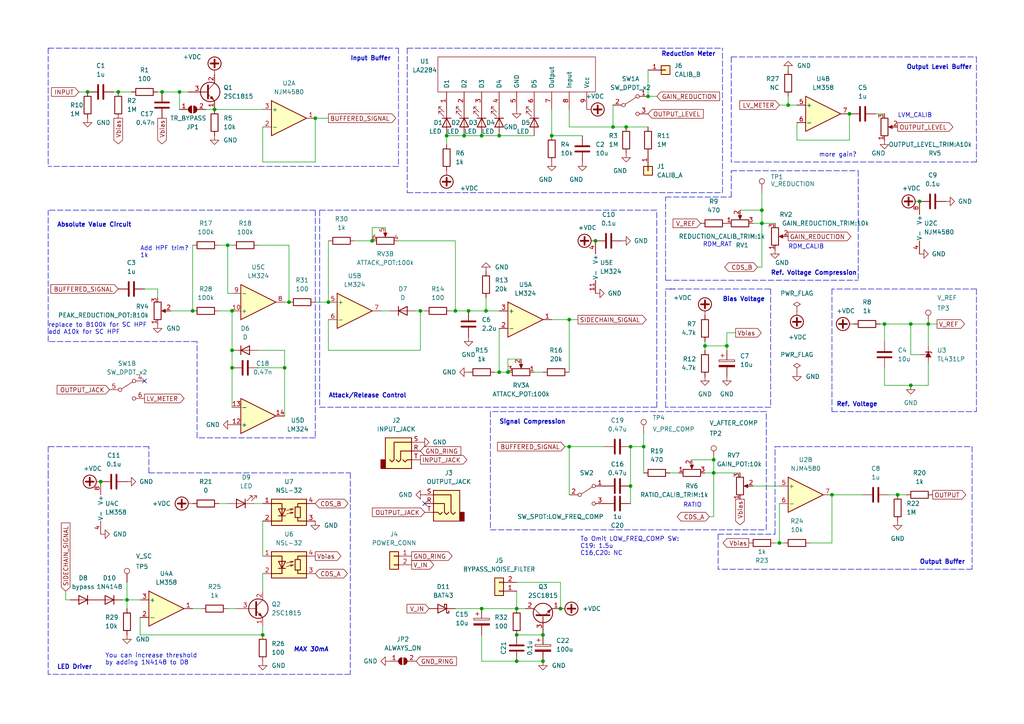
<source format=kicad_sch>
(kicad_sch (version 20211123) (generator eeschema)
  (paper "A4")
  (title_block (title "OPTO COMPRESSOR") (date "2024-01-07") (rev "1.0.1") (company "MST/mesotokyo") (comment 1 "https://meso.tokyo/"))
  (lib_symbols
    (symbol "Amplifier_Operational:LM324" (pin_names (offset 0.127))
      (property "Reference" "U" (at 0 5.08 0))
      (property "Value" "LM324" (at 0 -5.08 0))
      (symbol "LM324_1_1"
        (pin output line (at 7.62 0 180) (length 2.54) (name "~") (number "1"))
        (pin input line (at -7.62 -2.54 0) (length 2.54) (name "-") (number "2"))
        (pin input line (at -7.62 2.54 0) (length 2.54) (name "+") (number "3"))
      )
      (symbol "LM324_2_1"
        (pin input line (at -7.62 2.54 0) (length 2.54) (name "+") (number "5"))
        (pin input line (at -7.62 -2.54 0) (length 2.54) (name "-") (number "6"))
        (pin output line (at 7.62 0 180) (length 2.54) (name "~") (number "7"))
      )
      (symbol "LM324_3_1"
        (pin input line (at -7.62 2.54 0) (length 2.54) (name "+") (number "10"))
        (pin output line (at 7.62 0 180) (length 2.54) (name "~") (number "8"))
        (pin input line (at -7.62 -2.54 0) (length 2.54) (name "-") (number "9"))
      )
      (symbol "LM324_4_1"
        (pin input line (at -7.62 2.54 0) (length 2.54) (name "+") (number "12"))
        (pin input line (at -7.62 -2.54 0) (length 2.54) (name "-") (number "13"))
        (pin output line (at 7.62 0 180) (length 2.54) (name "~") (number "14"))
      )
      (symbol "LM324_5_1"
        (pin power_in line (at -2.54 -7.62 90) (length 3.81) (name "V-") (number "11"))
        (pin power_in line (at -2.54 7.62 270) (length 3.81) (name "V+") (number "4"))
      )
    )
    (symbol "Amplifier_Operational:LM358" (pin_names (offset 0.127))
      (property "Reference" "U" (at 0 5.08 0))
      (property "Value" "LM358" (at 0 -5.08 0))
      (symbol "LM358_1_1"
        (pin output line (at 7.62 0 180) (length 2.54) (name "~") (number "1"))
        (pin input line (at -7.62 -2.54 0) (length 2.54) (name "-") (number "2"))
        (pin input line (at -7.62 2.54 0) (length 2.54) (name "+") (number "3"))
      )
      (symbol "LM358_2_1"
        (pin input line (at -7.62 2.54 0) (length 2.54) (name "+") (number "5"))
        (pin input line (at -7.62 -2.54 0) (length 2.54) (name "-") (number "6"))
        (pin output line (at 7.62 0 180) (length 2.54) (name "~") (number "7"))
      )
      (symbol "LM358_3_1"
        (pin power_in line (at -2.54 -7.62 90) (length 3.81) (name "V-") (number "4"))
        (pin power_in line (at -2.54 7.62 270) (length 3.81) (name "V+") (number "8"))
      )
    )
    (symbol "Amplifier_Operational:NJM4580" (pin_names (offset 0.127))
      (property "Reference" "U" (at 0 5.08 0))
      (property "Value" "NJM4580" (at 0 -5.08 0))
      (symbol "NJM4580_1_1"
        (pin output line (at 7.62 0 180) (length 2.54) (name "~") (number "1"))
        (pin input line (at -7.62 -2.54 0) (length 2.54) (name "-") (number "2"))
        (pin input line (at -7.62 2.54 0) (length 2.54) (name "+") (number "3"))
      )
      (symbol "NJM4580_2_1"
        (pin input line (at -7.62 2.54 0) (length 2.54) (name "+") (number "5"))
        (pin input line (at -7.62 -2.54 0) (length 2.54) (name "-") (number "6"))
        (pin output line (at 7.62 0 180) (length 2.54) (name "~") (number "7"))
      )
      (symbol "NJM4580_3_1"
        (pin power_in line (at -2.54 -7.62 90) (length 3.81) (name "V-") (number "4"))
        (pin power_in line (at -2.54 7.62 270) (length 3.81) (name "V+") (number "8"))
      )
    )
    (symbol "Connector:AudioJack3"
      (property "Reference" "J" (at 0 8.89 0))
      (property "Value" "AudioJack3" (at 0 6.35 0))
      (symbol "AudioJack3_1_1"
        (pin passive line (at 5.08 0 180) (length 2.54) (name "~") (number "R"))
        (pin passive line (at 5.08 2.54 180) (length 2.54) (name "~") (number "S"))
        (pin passive line (at 5.08 -2.54 180) (length 2.54) (name "~") (number "T"))
      )
    )
    (symbol "Connector:TestPoint" (pin_numbers hide) (pin_names (offset 0.762) hide)
      (property "Reference" "TP" (at 0 6.858 0))
      (property "Value" "TestPoint" (at 0 5.08 0))
      (symbol "TestPoint_1_1"
        (pin passive line (at 0 0 90) (length 2.54) (name "1") (number "1"))
      )
    )
    (symbol "Connector_Generic:Conn_01x01" (pin_names (offset 1.016) hide)
      (property "Reference" "J" (at 0 2.54 0))
      (property "Value" "Conn_01x01" (at 0 -2.54 0))
      (symbol "Conn_01x01_1_1"
        (pin passive line (at -5.08 0 0) (length 3.81) (name "Pin_1") (number "1"))
      )
    )
    (symbol "Connector_Generic:Conn_01x02" (pin_names (offset 1.016) hide)
      (property "Reference" "J" (at 0 2.54 0))
      (property "Value" "Conn_01x02" (at 0 -5.08 0))
      (symbol "Conn_01x02_1_1"
        (pin passive line (at -5.08 0 0) (length 3.81) (name "Pin_1") (number "1"))
        (pin passive line (at -5.08 -2.54 0) (length 3.81) (name "Pin_2") (number "2"))
      )
    )
    (symbol "Device:C" (pin_numbers hide) (pin_names (offset 0.254))
      (property "Reference" "C" (at 0.635 2.54 0))
      (property "Value" "C" (at 0.635 -2.54 0))
      (symbol "C_1_1"
        (pin passive line (at 0 3.81 270) (length 2.794) (name "~") (number "1"))
        (pin passive line (at 0 -3.81 90) (length 2.794) (name "~") (number "2"))
      )
    )
    (symbol "Device:C_Polarized" (pin_numbers hide) (pin_names (offset 0.254))
      (property "Reference" "C" (at 0.635 2.54 0))
      (property "Value" "C_Polarized" (at 0.635 -2.54 0))
      (symbol "C_Polarized_1_1"
        (pin passive line (at 0 3.81 270) (length 2.794) (name "~") (number "1"))
        (pin passive line (at 0 -3.81 90) (length 2.794) (name "~") (number "2"))
      )
    )
    (symbol "Device:D" (pin_numbers hide) (pin_names (offset 1.016) hide)
      (property "Reference" "D" (at 0 2.54 0))
      (property "Value" "D" (at 0 -2.54 0))
      (symbol "D_1_1"
        (pin passive line (at -3.81 0 0) (length 2.54) (name "K") (number "1"))
        (pin passive line (at 3.81 0 180) (length 2.54) (name "A") (number "2"))
      )
    )
    (symbol "Device:LED" (pin_numbers hide) (pin_names (offset 1.016) hide)
      (property "Reference" "D" (at 0 2.54 0))
      (property "Value" "LED" (at 0 -2.54 0))
      (symbol "LED_1_1"
        (pin passive line (at -3.81 0 0) (length 2.54) (name "K") (number "1"))
        (pin passive line (at 3.81 0 180) (length 2.54) (name "A") (number "2"))
      )
    )
    (symbol "Device:R" (pin_numbers hide) (pin_names (offset 0))
      (property "Reference" "R" (at 2.032 0 90))
      (property "Value" "R" (at 0 0 90))
      (symbol "R_1_1"
        (pin passive line (at 0 3.81 270) (length 1.27) (name "~") (number "1"))
        (pin passive line (at 0 -3.81 90) (length 1.27) (name "~") (number "2"))
      )
    )
    (symbol "Device:R_Potentiometer" (pin_names (offset 1.016) hide)
      (property "Reference" "RV" (at -4.445 0 90))
      (property "Value" "R_Potentiometer" (at -2.54 0 90))
      (symbol "R_Potentiometer_1_1"
        (pin passive line (at 0 3.81 270) (length 1.27) (name "1") (number "1"))
        (pin passive line (at 3.81 0 180) (length 1.27) (name "2") (number "2"))
        (pin passive line (at 0 -3.81 90) (length 1.27) (name "3") (number "3"))
      )
    )
    (symbol "Device:R_Potentiometer_Dual_Separate" (pin_names (offset 1.016) hide)
      (property "Reference" "RV" (at -4.445 0 90))
      (property "Value" "R_Potentiometer_Dual_Separate" (at -2.54 0 90))
      (symbol "R_Potentiometer_Dual_Separate_1_1"
        (pin passive line (at 0 3.81 270) (length 1.27) (name "1") (number "1"))
        (pin passive line (at 3.81 0 180) (length 1.27) (name "2") (number "2"))
        (pin passive line (at 0 -3.81 90) (length 1.27) (name "3") (number "3"))
      )
      (symbol "R_Potentiometer_Dual_Separate_2_1"
        (pin passive line (at 0 3.81 270) (length 1.27) (name "4") (number "4"))
        (pin passive line (at 3.81 0 180) (length 1.27) (name "5") (number "5"))
        (pin passive line (at 0 -3.81 90) (length 1.27) (name "6") (number "6"))
      )
    )
    (symbol "Diode:1N4148" (pin_numbers hide) (pin_names hide)
      (property "Reference" "D" (at 0 2.54 0))
      (property "Value" "1N4148" (at 0 -2.54 0))
      (symbol "1N4148_1_1"
        (pin passive line (at -3.81 0 0) (length 2.54) (name "K") (number "1"))
        (pin passive line (at 3.81 0 180) (length 2.54) (name "A") (number "2"))
      )
    )
    (symbol "Diode:BAT43" (pin_numbers hide) (pin_names (offset 1.016) hide)
      (property "Reference" "D" (at 0 2.54 0))
      (property "Value" "BAT43" (at 0 -2.54 0))
      (symbol "BAT43_1_1"
        (pin passive line (at -3.81 0 0) (length 2.54) (name "K") (number "1"))
        (pin passive line (at 3.81 0 180) (length 2.54) (name "A") (number "2"))
      )
    )
    (symbol "Isolator:NSL-32" (pin_names (offset 0.762) hide)
      (property "Reference" "U" (at 0 5.08 0))
      (property "Value" "NSL-32" (at 0 -5.08 0))
      (symbol "NSL-32_1_1"
        (pin passive line (at -7.62 2.54 0) (length 2.54) (name "A") (number "1"))
        (pin passive line (at -7.62 -2.54 0) (length 2.54) (name "K") (number "2"))
        (pin passive line (at 7.62 -2.54 180) (length 2.54) (name "R") (number "3"))
        (pin passive line (at 7.62 2.54 180) (length 2.54) (name "R") (number "4"))
      )
    )
    (symbol "Jumper:SolderJumper_2_Open" (pin_names (offset 0) hide)
      (property "Reference" "JP" (at 0 2.032 0))
      (property "Value" "SolderJumper_2_Open" (at 0 -2.54 0))
      (symbol "SolderJumper_2_Open_1_1"
        (pin passive line (at -3.81 0 0) (length 2.54) (name "A") (number "1"))
        (pin passive line (at 3.81 0 180) (length 2.54) (name "B") (number "2"))
      )
    )
    (symbol "Reference_Voltage:TL431LP" (pin_numbers hide) (pin_names hide)
      (property "Reference" "U" (at -2.54 2.54 0))
      (property "Value" "TL431LP" (at 0 -2.54 0))
      (symbol "TL431LP_1_1"
        (pin passive line (at 0 2.54 270) (length 2.54) (name "REF") (number "1"))
        (pin passive line (at -2.54 0 0) (length 2.54) (name "A") (number "2"))
        (pin passive line (at 2.54 0 180) (length 2.54) (name "K") (number "3"))
      )
    )
    (symbol "Switch:SW_DPDT_x2" (pin_names (offset 0) hide)
      (property "Reference" "SW" (at 0 4.318 0))
      (property "Value" "SW_DPDT_x2" (at 0 -5.08 0))
      (symbol "SW_DPDT_x2_1_1"
        (pin passive line (at 5.08 2.54 180) (length 2.54) (name "A") (number "1"))
        (pin passive line (at -5.08 0 0) (length 2.54) (name "B") (number "2"))
        (pin passive line (at 5.08 -2.54 180) (length 2.54) (name "C") (number "3"))
      )
      (symbol "SW_DPDT_x2_2_1"
        (pin passive line (at 5.08 2.54 180) (length 2.54) (name "A") (number "4"))
        (pin passive line (at -5.08 0 0) (length 2.54) (name "B") (number "5"))
        (pin passive line (at 5.08 -2.54 180) (length 2.54) (name "C") (number "6"))
      )
    )
    (symbol "Switch:SW_SPDT" (pin_names (offset 0) hide)
      (property "Reference" "SW" (at 0 4.318 0))
      (property "Value" "SW_SPDT" (at 0 -5.08 0))
      (symbol "SW_SPDT_1_1"
        (pin passive line (at 5.08 2.54 180) (length 2.54) (name "A") (number "1"))
        (pin passive line (at -5.08 0 0) (length 2.54) (name "B") (number "2"))
        (pin passive line (at 5.08 -2.54 180) (length 2.54) (name "C") (number "3"))
      )
    )
    (symbol "Transistor_BJT:2SC1815" (pin_names (offset 0) hide)
      (property "Reference" "Q" (at 5.08 1.905 0))
      (property "Value" "2SC1815" (at 5.08 0 0))
      (symbol "2SC1815_1_1"
        (pin passive line (at 2.54 -5.08 90) (length 2.54) (name "E") (number "1"))
        (pin passive line (at 2.54 5.08 270) (length 2.54) (name "C") (number "2"))
        (pin input line (at -5.08 0 0) (length 5.08) (name "B") (number "3"))
      )
    )
    (symbol "ak_misc:3PDT_FootSwitch"
      (property "Reference" "SW" (at 0 -3.81 0))
      (property "Value" "3PDT_FootSwitch" (at 0 5.08 0))
      (symbol "3PDT_FootSwitch_1_1"
        (pin bidirectional line (at 5.08 1.27 180) (length 2.54) (name "") (number "1"))
        (pin bidirectional line (at -5.08 0 0) (length 2.54) (name "") (number "2"))
        (pin bidirectional line (at 5.08 -1.27 180) (length 2.54) (name "") (number "3"))
      )
      (symbol "3PDT_FootSwitch_2_1"
        (pin bidirectional line (at 5.08 1.27 180) (length 2.54) (name "") (number "4"))
        (pin bidirectional line (at -5.08 0 0) (length 2.54) (name "") (number "5"))
        (pin bidirectional line (at 5.08 -1.27 180) (length 2.54) (name "") (number "6"))
      )
      (symbol "3PDT_FootSwitch_3_1"
        (pin bidirectional line (at 5.08 1.27 180) (length 2.54) (name "") (number "7"))
        (pin bidirectional line (at -5.08 0 0) (length 2.54) (name "") (number "8"))
        (pin bidirectional line (at 5.08 -1.27 180) (length 2.54) (name "") (number "9"))
      )
    )
    (symbol "ak_misc:LA2284" (pin_names (offset 1.016))
      (property "Reference" "U" (at 0 12.7 0))
      (property "Value" "LA2284" (at 0 8.89 0))
      (symbol "LA2284_1_1"
        (pin output line (at -20.32 -5.08 90) (length 5.08) (name "D1") (number "1"))
        (pin output line (at -15.24 -5.08 90) (length 5.08) (name "D2") (number "2"))
        (pin output line (at -10.16 -5.08 90) (length 5.08) (name "D3") (number "3"))
        (pin output line (at -5.08 -5.08 90) (length 5.08) (name "D4") (number "4"))
        (pin power_in line (at 0 -5.08 90) (length 5.08) (name "GND") (number "5"))
        (pin output line (at 5.08 -5.08 90) (length 5.08) (name "D5") (number "6"))
        (pin output line (at 10.16 -5.08 90) (length 5.08) (name "Output") (number "7"))
        (pin input line (at 15.24 -5.08 90) (length 5.08) (name "Input") (number "8"))
        (pin power_in line (at 20.32 -5.08 90) (length 5.08) (name "Vcc") (number "9"))
      )
    )
    (symbol "power:+VDC" (power) (pin_names (offset 0))
      (property "Value" "+VDC" (at 0 6.35 0))
      (symbol "+VDC_1_1"
        (pin power_in line (at 0 0 90) (length 0) hide (name "+VDC") (number "1"))
      )
    )
    (symbol "power:GND" (power) (pin_names (offset 0))
      (property "Value" "GND" (at 0 -3.81 0))
      (symbol "GND_1_1"
        (pin power_in line (at 0 0 270) (length 0) hide (name "GND") (number "1"))
      )
    )
    (symbol "power:PWR_FLAG" (power) (pin_numbers hide) (pin_names (offset 0) hide)
      (property "Value" "PWR_FLAG" (at 0 3.81 0))
      (symbol "PWR_FLAG_0_0"
        (pin power_out line (at 0 0 90) (length 0) (name "pwr") (number "1"))
      )
    )
  )
  (junction (at 207.01 133.35))
  (junction (at 147.32 107.95))
  (junction (at 220.98 64.77))
  (junction (at 269.24 93.98))
  (junction (at 220.98 60.96))
  (junction (at 67.31 101.6))
  (junction (at 246.38 33.02))
  (junction (at 177.8 36.83))
  (junction (at 149.86 176.53))
  (junction (at 187.96 27.94))
  (junction (at 210.82 100.33))
  (junction (at 121.92 90.17))
  (junction (at 129.54 39.37))
  (junction (at 149.86 184.15))
  (junction (at 25.4 26.67))
  (junction (at 46.99 26.67))
  (junction (at 67.31 90.17))
  (junction (at 207.01 137.16))
  (junction (at 241.3 143.51))
  (junction (at 139.7 176.53))
  (junction (at 264.16 93.98))
  (junction (at 181.61 36.83))
  (junction (at 140.97 90.17))
  (junction (at 157.48 191.77))
  (junction (at 29.21 139.7))
  (junction (at 204.47 100.33))
  (junction (at 95.25 87.63))
  (junction (at 66.04 71.12))
  (junction (at 139.7 39.37))
  (junction (at 228.6 30.48))
  (junction (at 149.86 191.77))
  (junction (at 162.56 176.53))
  (junction (at 144.78 107.95))
  (junction (at 226.06 157.48))
  (junction (at 264.16 111.76))
  (junction (at 144.78 39.37))
  (junction (at 260.35 143.51))
  (junction (at 36.83 173.99))
  (junction (at 55.88 90.17))
  (junction (at 132.08 90.17))
  (junction (at 52.07 26.67))
  (junction (at 266.7 58.42))
  (junction (at 62.23 31.75))
  (junction (at 135.89 90.17))
  (junction (at 256.54 93.98))
  (junction (at 76.2 184.15))
  (junction (at 34.29 26.67))
  (junction (at 91.44 34.29))
  (junction (at 29.21 227.33))
  (junction (at 107.95 69.85))
  (junction (at 157.48 184.15))
  (junction (at 182.88 140.97))
  (junction (at 82.55 106.68))
  (junction (at 182.88 129.54))
  (junction (at 165.1 92.71))
  (junction (at 67.31 106.68))
  (junction (at 172.72 69.85))
  (junction (at 186.69 129.54))
  (junction (at 160.02 39.37))
  (junction (at 38.1 227.33))
  (junction (at 83.82 87.63))
  (junction (at 165.1 129.54))
  (junction (at 134.62 39.37))
  (no_connect (at 41.91 110.49))
  (no_connect (at 123.19 146.05))
  (polyline (pts (xy 13.97 13.97) (xy 115.57 13.97)))
  (polyline (pts (xy 118.11 13.97) (xy 118.11 55.88)))
  (polyline (pts (xy 212.09 49.53) (xy 248.92 49.53)))
  (wire (pts (xy 62.23 31.75) (xy 76.2 31.75)))
  (polyline (pts (xy 223.52 118.11) (xy 193.04 118.11)))
  (polyline (pts (xy 208.28 154.94) (xy 224.79 154.94)))
  (wire (pts (xy 76.2 166.37) (xy 76.2 171.45)))
  (wire (pts (xy 204.47 100.33) (xy 204.47 101.6)))
  (wire (pts (xy 67.31 90.17) (xy 67.31 101.6)))
  (wire (pts (xy 219.71 77.47) (xy 220.98 77.47)))
  (wire (pts (xy 220.98 64.77) (xy 220.98 77.47)))
  (polyline (pts (xy 193.04 81.28) (xy 248.92 81.28)))
  (wire (pts (xy 34.29 26.67) (xy 38.1 26.67)))
  (polyline (pts (xy 57.15 99.06) (xy 13.97 99.06)))
  (wire (pts (xy 139.7 176.53) (xy 149.86 176.53)))
  (polyline (pts (xy 142.24 119.38) (xy 142.24 153.67)))
  (wire (pts (xy 207.01 137.16) (xy 214.63 137.16)))
  (polyline (pts (xy 118.11 13.97) (xy 209.55 13.97)))
  (wire (pts (xy 95.25 232.41) (xy 101.6 232.41)))
  (wire (pts (xy 154.94 107.95) (xy 157.48 107.95)))
  (polyline (pts (xy 43.18 137.16) (xy 43.18 129.54)))
  (wire (pts (xy 255.27 93.98) (xy 256.54 93.98)))
  (wire (pts (xy 210.82 96.52) (xy 213.36 96.52)))
  (polyline (pts (xy 43.18 129.54) (xy 13.97 129.54)))
  (wire (pts (xy 132.08 90.17) (xy 135.89 90.17)))
  (wire (pts (xy 91.44 34.29) (xy 91.44 46.99)))
  (polyline (pts (xy 91.44 60.96) (xy 13.97 60.96)))
  (polyline (pts (xy 212.09 16.51) (xy 283.21 16.51)))
  (wire (pts (xy 160.02 31.75) (xy 160.02 39.37)))
  (wire (pts (xy 46.99 26.67) (xy 52.07 26.67)))
  (wire (pts (xy 228.6 27.94) (xy 228.6 30.48)))
  (wire (pts (xy 231.14 40.64) (xy 231.14 35.56)))
  (wire (pts (xy 49.53 90.17) (xy 55.88 90.17)))
  (wire (pts (xy 63.5 71.12) (xy 66.04 71.12)))
  (wire (pts (xy 163.83 129.54) (xy 165.1 129.54)))
  (wire (pts (xy 256.54 111.76) (xy 256.54 106.68)))
  (wire (pts (xy 139.7 191.77) (xy 149.86 191.77)))
  (wire (pts (xy 264.16 93.98) (xy 264.16 102.87)))
  (wire (pts (xy 45.72 86.36) (xy 45.72 83.82)))
  (wire (pts (xy 228.6 30.48) (xy 231.14 30.48)))
  (polyline (pts (xy 241.3 119.38) (xy 283.21 119.38)))
  (wire (pts (xy 40.64 184.15) (xy 76.2 184.15)))
  (polyline (pts (xy 101.6 137.16) (xy 101.6 195.58)))
  (wire (pts (xy 29.21 227.33) (xy 29.21 229.87)))
  (polyline (pts (xy 241.3 83.82) (xy 241.3 119.38)))
  (wire (pts (xy 218.44 140.97) (xy 226.06 140.97)))
  (wire (pts (xy 149.86 171.45) (xy 149.86 176.53)))
  (wire (pts (xy 182.88 129.54) (xy 186.69 129.54)))
  (wire (pts (xy 204.47 99.06) (xy 204.47 100.33)))
  (wire (pts (xy 20.32 173.99) (xy 19.05 173.99)))
  (wire (pts (xy 269.24 93.98) (xy 271.78 93.98)))
  (polyline (pts (xy 57.15 127) (xy 57.15 99.06)))
  (polyline (pts (xy 118.11 55.88) (xy 209.55 55.88)))
  (wire (pts (xy 204.47 137.16) (xy 207.01 137.16)))
  (wire (pts (xy 264.16 111.76) (xy 256.54 111.76)))
  (wire (pts (xy 129.54 39.37) (xy 129.54 41.91)))
  (wire (pts (xy 26.67 237.49) (xy 29.21 237.49)))
  (wire (pts (xy 121.92 90.17) (xy 123.19 90.17)))
  (wire (pts (xy 121.92 90.17) (xy 121.92 101.6)))
  (wire (pts (xy 149.86 168.91) (xy 162.56 168.91)))
  (wire (pts (xy 52.07 26.67) (xy 54.61 26.67)))
  (wire (pts (xy 226.06 146.05) (xy 226.06 157.48)))
  (wire (pts (xy 147.32 104.14) (xy 147.32 107.95)))
  (wire (pts (xy 121.92 101.6) (xy 95.25 101.6)))
  (polyline (pts (xy 115.57 13.97) (xy 115.57 48.26)))
  (polyline (pts (xy 212.09 16.51) (xy 212.09 46.99)))
  (wire (pts (xy 165.1 129.54) (xy 165.1 143.51)))
  (wire (pts (xy 38.1 227.33) (xy 38.1 229.87)))
  (wire (pts (xy 83.82 71.12) (xy 74.93 71.12)))
  (wire (pts (xy 194.31 137.16) (xy 196.85 137.16)))
  (wire (pts (xy 95.25 218.44) (xy 101.6 218.44)))
  (wire (pts (xy 139.7 39.37) (xy 134.62 39.37)))
  (wire (pts (xy 73.66 146.05) (xy 76.2 146.05)))
  (wire (pts (xy 135.89 90.17) (xy 140.97 90.17)))
  (polyline (pts (xy 283.21 83.82) (xy 283.21 119.38)))
  (wire (pts (xy 207.01 137.16) (xy 207.01 133.35)))
  (wire (pts (xy 269.24 105.41) (xy 269.24 111.76)))
  (wire (pts (xy 66.04 176.53) (xy 68.58 176.53)))
  (wire (pts (xy 165.1 31.75) (xy 165.1 36.83)))
  (wire (pts (xy 144.78 107.95) (xy 143.51 107.95)))
  (wire (pts (xy 82.55 106.68) (xy 82.55 101.6)))
  (polyline (pts (xy 224.79 154.94) (xy 224.79 129.54)))
  (wire (pts (xy 140.97 86.36) (xy 140.97 90.17)))
  (polyline (pts (xy 13.97 13.97) (xy 13.97 48.26)))
  (wire (pts (xy 83.82 87.63) (xy 83.82 71.12)))
  (polyline (pts (xy 222.25 153.67) (xy 222.25 119.38)))
  (wire (pts (xy 95.25 234.95) (xy 99.06 234.95)))
  (wire (pts (xy 45.72 26.67) (xy 46.99 26.67)))
  (wire (pts (xy 36.83 168.91) (xy 36.83 173.99)))
  (wire (pts (xy 132.08 69.85) (xy 115.57 69.85)))
  (wire (pts (xy 33.02 26.67) (xy 34.29 26.67)))
  (wire (pts (xy 76.2 184.15) (xy 76.2 181.61)))
  (wire (pts (xy 187.96 20.32) (xy 187.96 27.94)))
  (wire (pts (xy 254 33.02) (xy 256.54 33.02)))
  (wire (pts (xy 36.83 173.99) (xy 36.83 176.53)))
  (wire (pts (xy 41.91 83.82) (xy 45.72 83.82)))
  (wire (pts (xy 165.1 92.71) (xy 167.64 92.71)))
  (wire (pts (xy 149.86 184.15) (xy 157.48 184.15)))
  (wire (pts (xy 67.31 101.6) (xy 67.31 106.68)))
  (wire (pts (xy 181.61 36.83) (xy 187.96 36.83)))
  (wire (pts (xy 226.06 30.48) (xy 228.6 30.48)))
  (polyline (pts (xy 193.04 81.28) (xy 193.04 57.15)))
  (polyline (pts (xy 92.71 60.96) (xy 190.5 60.96)))
  (wire (pts (xy 52.07 26.67) (xy 52.07 31.75)))
  (polyline (pts (xy 212.09 57.15) (xy 212.09 49.53)))
  (wire (pts (xy 149.86 191.77) (xy 157.48 191.77)))
  (wire (pts (xy 144.78 39.37) (xy 154.94 39.37)))
  (wire (pts (xy 99.06 220.98) (xy 99.06 234.95)))
  (wire (pts (xy 59.69 31.75) (xy 62.23 31.75)))
  (wire (pts (xy 36.83 227.33) (xy 38.1 227.33)))
  (wire (pts (xy 144.78 39.37) (xy 139.7 39.37)))
  (wire (pts (xy 91.44 87.63) (xy 95.25 87.63)))
  (wire (pts (xy 66.04 85.09) (xy 67.31 85.09)))
  (wire (pts (xy 76.2 46.99) (xy 91.44 46.99)))
  (wire (pts (xy 107.95 66.04) (xy 107.95 69.85)))
  (wire (pts (xy 40.64 179.07) (xy 40.64 184.15)))
  (wire (pts (xy 63.5 146.05) (xy 66.04 146.05)))
  (wire (pts (xy 36.83 173.99) (xy 40.64 173.99)))
  (wire (pts (xy 205.74 149.86) (xy 207.01 149.86)))
  (wire (pts (xy 66.04 71.12) (xy 67.31 71.12)))
  (wire (pts (xy 66.04 71.12) (xy 66.04 85.09)))
  (wire (pts (xy 177.8 36.83) (xy 181.61 36.83)))
  (polyline (pts (xy 281.94 129.54) (xy 281.94 165.1)))
  (wire (pts (xy 35.56 173.99) (xy 36.83 173.99)))
  (wire (pts (xy 241.3 157.48) (xy 234.95 157.48)))
  (wire (pts (xy 204.47 100.33) (xy 210.82 100.33)))
  (polyline (pts (xy 13.97 137.16) (xy 13.97 195.58)))
  (wire (pts (xy 144.78 107.95) (xy 147.32 107.95)))
  (polyline (pts (xy 92.71 60.96) (xy 92.71 118.11)))
  (polyline (pts (xy 142.24 153.67) (xy 222.25 153.67)))
  (wire (pts (xy 207.01 137.16) (xy 207.01 149.86)))
  (wire (pts (xy 82.55 106.68) (xy 82.55 120.65)))
  (wire (pts (xy 264.16 111.76) (xy 269.24 111.76)))
  (polyline (pts (xy 193.04 83.82) (xy 195.58 83.82)))
  (wire (pts (xy 269.24 100.33) (xy 269.24 93.98)))
  (polyline (pts (xy 101.6 195.58) (xy 13.97 195.58)))
  (wire (pts (xy 67.31 106.68) (xy 67.31 118.11)))
  (wire (pts (xy 165.1 92.71) (xy 160.02 92.71)))
  (wire (pts (xy 260.35 143.51) (xy 262.89 143.51)))
  (wire (pts (xy 220.98 64.77) (xy 220.98 60.96)))
  (wire (pts (xy 162.56 168.91) (xy 162.56 176.53)))
  (wire (pts (xy 149.86 176.53) (xy 152.4 176.53)))
  (wire (pts (xy 55.88 176.53) (xy 58.42 176.53)))
  (wire (pts (xy 186.69 129.54) (xy 186.69 137.16)))
  (wire (pts (xy 264.16 102.87) (xy 266.7 102.87)))
  (wire (pts (xy 82.55 87.63) (xy 83.82 87.63)))
  (polyline (pts (xy 248.92 49.53) (xy 248.92 81.28)))
  (polyline (pts (xy 115.57 48.26) (xy 13.97 48.26)))
  (polyline (pts (xy 13.97 99.06) (xy 13.97 60.96)))
  (polyline (pts (xy 92.71 118.11) (xy 190.5 118.11)))
  (wire (pts (xy 22.86 26.67) (xy 25.4 26.67)))
  (wire (pts (xy 165.1 129.54) (xy 175.26 129.54)))
  (polyline (pts (xy 283.21 83.82) (xy 241.3 83.82)))
  (wire (pts (xy 246.38 33.02) (xy 246.38 40.64)))
  (polyline (pts (xy 223.52 83.82) (xy 223.52 118.11)))
  (polyline (pts (xy 91.44 127) (xy 57.15 127)))
  (wire (pts (xy 130.81 90.17) (xy 132.08 90.17)))
  (polyline (pts (xy 281.94 165.1) (xy 208.28 165.1)))
  (wire (pts (xy 218.44 64.77) (xy 220.98 64.77)))
  (wire (pts (xy 134.62 39.37) (xy 129.54 39.37)))
  (wire (pts (xy 120.65 90.17) (xy 121.92 90.17)))
  (wire (pts (xy 102.87 69.85) (xy 107.95 69.85)))
  (polyline (pts (xy 283.21 46.99) (xy 212.09 46.99)))
  (wire (pts (xy 147.32 104.14) (xy 151.13 104.14)))
  (wire (pts (xy 257.81 143.51) (xy 260.35 143.51)))
  (wire (pts (xy 226.06 157.48) (xy 227.33 157.48)))
  (wire (pts (xy 186.69 125.73) (xy 186.69 129.54)))
  (wire (pts (xy 76.2 36.83) (xy 76.2 46.99)))
  (polyline (pts (xy 190.5 118.11) (xy 190.5 60.96)))
  (polyline (pts (xy 208.28 154.94) (xy 208.28 165.1)))
  (wire (pts (xy 220.98 55.88) (xy 220.98 60.96)))
  (wire (pts (xy 95.25 220.98) (xy 99.06 220.98)))
  (wire (pts (xy 107.95 66.04) (xy 111.76 66.04)))
  (wire (pts (xy 110.49 90.17) (xy 113.03 90.17)))
  (wire (pts (xy 246.38 40.64) (xy 231.14 40.64)))
  (wire (pts (xy 74.93 106.68) (xy 82.55 106.68)))
  (wire (pts (xy 63.5 90.17) (xy 67.31 90.17)))
  (wire (pts (xy 55.88 71.12) (xy 55.88 90.17)))
  (wire (pts (xy 207.01 133.35) (xy 200.66 133.35)))
  (wire (pts (xy 264.16 93.98) (xy 269.24 93.98)))
  (wire (pts (xy 220.98 64.77) (xy 224.79 64.77)))
  (wire (pts (xy 132.08 176.53) (xy 139.7 176.53)))
  (wire (pts (xy 74.93 101.6) (xy 82.55 101.6)))
  (wire (pts (xy 140.97 90.17) (xy 144.78 90.17)))
  (wire (pts (xy 38.1 227.33) (xy 39.37 227.33)))
  (polyline (pts (xy 91.44 60.96) (xy 91.44 127)))
  (wire (pts (xy 210.82 96.52) (xy 210.82 100.33)))
  (wire (pts (xy 256.54 93.98) (xy 264.16 93.98)))
  (wire (pts (xy 91.44 34.29) (xy 95.25 34.29)))
  (polyline (pts (xy 193.04 118.11) (xy 193.04 83.82)))
  (wire (pts (xy 168.91 39.37) (xy 160.02 39.37)))
  (wire (pts (xy 76.2 151.13) (xy 76.2 161.29)))
  (wire (pts (xy 210.82 101.6) (xy 210.82 100.33)))
  (wire (pts (xy 177.8 30.48) (xy 177.8 36.83)))
  (polyline (pts (xy 193.04 57.15) (xy 212.09 57.15)))
  (wire (pts (xy 132.08 69.85) (xy 132.08 90.17)))
  (wire (pts (xy 182.88 129.54) (xy 182.88 140.97)))
  (polyline (pts (xy 222.25 119.38) (xy 142.24 119.38)))
  (wire (pts (xy 139.7 184.15) (xy 139.7 191.77)))
  (wire (pts (xy 220.98 60.96) (xy 214.63 60.96)))
  (polyline (pts (xy 43.18 137.16) (xy 101.6 137.16)))
  (polyline (pts (xy 224.79 129.54) (xy 281.94 129.54)))
  (wire (pts (xy 187.96 27.94) (xy 190.5 27.94)))
  (polyline (pts (xy 13.97 129.54) (xy 13.97 137.16)))
  (wire (pts (xy 224.79 157.48) (xy 226.06 157.48)))
  (wire (pts (xy 182.88 140.97) (xy 182.88 146.05)))
  (wire (pts (xy 241.3 143.51) (xy 250.19 143.51)))
  (wire (pts (xy 165.1 36.83) (xy 177.8 36.83)))
  (wire (pts (xy 95.25 101.6) (xy 95.25 92.71)))
  (wire (pts (xy 165.1 107.95) (xy 165.1 92.71)))
  (wire (pts (xy 95.25 69.85) (xy 95.25 87.63)))
  (wire (pts (xy 241.3 143.51) (xy 241.3 157.48)))
  (polyline (pts (xy 194.31 83.82) (xy 223.52 83.82)))
  (polyline (pts (xy 209.55 55.88) (xy 209.55 13.97)))
  (polyline (pts (xy 283.21 16.51) (xy 283.21 46.99)))
  (wire (pts (xy 144.78 95.25) (xy 144.78 107.95)))
  (wire (pts (xy 256.54 93.98) (xy 256.54 99.06)))
  (wire (pts (xy 19.05 171.45) (xy 19.05 173.99)))
  (text "LVM_CALIB" (at 260.35 34.29 0) (effects (font (size 1.27 1.27)) (justify left bottom)))
  (text "Signal Compression" (at 144.78 123.19 0) (effects (font (size 1.27 1.27) bold) (justify left bottom)))
  (text "Reduction Meter" (at 191.77 16.51 0) (effects (font (size 1.27 1.27) bold) (justify left bottom)))
  (text "LED Driver" (at 16.51 194.31 0) (effects (font (size 1.27 1.27) bold) (justify left bottom)))
  (text "Ref. Voltage" (at 242.57 118.11 0) (effects (font (size 1.27 1.27) bold) (justify left bottom)))
  (text "RATIO" (at 198.12 147.32 0) (effects (font (size 1.27 1.27)) (justify left bottom)))
  (text "MAX 30mA" (at 85.09 189.23 0) (effects (font (size 1.27 1.27) (thickness 0.254) bold italic) (justify left bottom)))
  (text "RDM_RAT" (at 203.835 71.755 0) (effects (font (size 1.27 1.27)) (justify left bottom)))
  (text "Bias Voltage" (at 209.55 87.63 0) (effects (font (size 1.27 1.27) bold) (justify left bottom)))
  (text "Attack/Release Control" (at 95.25 115.57 0) (effects (font (size 1.27 1.27) bold) (justify left bottom)))
  (text "Output Level Buffer" (at 262.89 20.32 0) (effects (font (size 1.27 1.27) bold) (justify left bottom)))
  (text "Output Buffer" (at 266.7 163.83 0) (effects (font (size 1.27 1.27) bold) (justify left bottom)))
  (text "Absolute Value Circuit" (at 16.51 66.04 0) (effects (font (size 1.27 1.27) bold) (justify left bottom)))
  (text "RDM_CALIB" (at 228.6 72.39 0) (effects (font (size 1.27 1.27)) (justify left bottom)))
  (text "more gain?" (at 237.49 45.72 0) (effects (font (size 1.27 1.27)) (justify left bottom)))
  (text "You can increase threshold\nby adding 1N4148 to D8" (at 30.48 193.04 0) (effects (font (size 1.27 1.27)) (justify left bottom)))
  (text "Ref. Voltage Compression" (at 223.52 80.01 0) (effects (font (size 1.27 1.27) bold) (justify left bottom)))
  (text "Add HPF trim?\n1k" (at 40.64 74.93 0) (effects (font (size 1.27 1.27)) (justify left bottom)))
  (text "To Omit LOW_FREQ_COMP SW:\nC19: 1.5u\nC16,C20: NC" (at 168.275 161.29 0) (effects (font (size 1.27 1.27)) (justify left bottom)))
  (text "replace to B100k for SC HPF\nadd A10k for SC HPF" (at 13.97 97.155 0) (effects (font (size 1.27 1.27)) (justify left bottom)))
  (text "Input Buffer" (at 101.6 17.78 0) (effects (font (size 1.27 1.27) (thickness 0.254) bold) (justify left bottom)))
  (global_label "CDS_A" (shape bidirectional) (at 205.74 149.86 180) (property "Intersheet References" "${INTERSHEET_REFS}" (effects hide)))
  (global_label "BUFFERED_SIGNAL" (shape output) (at 95.25 34.29 0) (property "Intersheet References" "${INTERSHEET_REFS}" (effects hide)))
  (global_label "CDS_A" (shape bidirectional) (at 91.44 166.37 0) (property "Intersheet References" "${INTERSHEET_REFS}" (effects hide)))
  (global_label "LV_METER" (shape output) (at 41.91 115.57 0) (property "Intersheet References" "${INTERSHEET_REFS}" (effects hide)))
  (global_label "OUTPUT_JACK" (shape output) (at 85.09 233.68 180) (property "Intersheet References" "${INTERSHEET_REFS}" (effects hide)))
  (global_label "LED_SW_ON" (shape input) (at 95.25 245.11 0) (property "Intersheet References" "${INTERSHEET_REFS}" (effects hide)))
  (global_label "SIDECHAIN_SIGNAL" (shape input) (at 19.05 171.45 90) (property "Intersheet References" "${INTERSHEET_REFS}" (effects hide)))
  (global_label "Vbias" (shape output) (at 46.99 34.29 270) (property "Intersheet References" "${INTERSHEET_REFS}" (effects hide)))
  (global_label "GAIN_REDUCTION" (shape input) (at 190.5 27.94 0) (property "Intersheet References" "${INTERSHEET_REFS}" (effects hide)))
  (global_label "INPUT" (shape output) (at 101.6 218.44 0) (property "Intersheet References" "${INTERSHEET_REFS}" (effects hide)))
  (global_label "Vbias" (shape output) (at 214.63 144.78 270) (property "Intersheet References" "${INTERSHEET_REFS}" (effects hide)))
  (global_label "V_REF" (shape input) (at 203.2 64.77 180) (property "Intersheet References" "${INTERSHEET_REFS}" (effects hide)))
  (global_label "GND_RING" (shape input) (at 120.65 191.77 0) (property "Intersheet References" "${INTERSHEET_REFS}" (effects hide)))
  (global_label "GND_RING" (shape input) (at 121.92 130.81 0) (property "Intersheet References" "${INTERSHEET_REFS}" (effects hide)))
  (global_label "V_IN" (shape input) (at 124.46 176.53 180) (property "Intersheet References" "${INTERSHEET_REFS}" (effects hide)))
  (global_label "Vbias" (shape output) (at 34.29 34.29 270) (property "Intersheet References" "${INTERSHEET_REFS}" (effects hide)))
  (global_label "OUTPUT_JACK" (shape input) (at 123.19 148.59 180) (property "Intersheet References" "${INTERSHEET_REFS}" (effects hide)))
  (global_label "OUTPUT" (shape output) (at 270.51 143.51 0) (property "Intersheet References" "${INTERSHEET_REFS}" (effects hide)))
  (global_label "LED_SW_ON" (shape input) (at 39.37 227.33 0) (property "Intersheet References" "${INTERSHEET_REFS}" (effects hide)))
  (global_label "LED_SW_OFF" (shape input) (at 26.67 237.49 180) (property "Intersheet References" "${INTERSHEET_REFS}" (effects hide)))
  (global_label "OUTPUT_LEVEL" (shape input) (at 187.96 33.02 0) (property "Intersheet References" "${INTERSHEET_REFS}" (effects hide)))
  (global_label "BUFFERED_SIGNAL" (shape input) (at 34.29 83.82 180) (property "Intersheet References" "${INTERSHEET_REFS}" (effects hide)))
  (global_label "Vbias" (shape output) (at 91.44 161.29 0) (property "Intersheet References" "${INTERSHEET_REFS}" (effects hide)))
  (global_label "SIDECHAIN_SIGNAL" (shape output) (at 167.64 92.71 0) (property "Intersheet References" "${INTERSHEET_REFS}" (effects hide)))
  (global_label "INPUT" (shape input) (at 22.86 26.67 180) (property "Intersheet References" "${INTERSHEET_REFS}" (effects hide)))
  (global_label "V_IN" (shape output) (at 119.38 163.83 0) (property "Intersheet References" "${INTERSHEET_REFS}" (effects hide)))
  (global_label "V_REF" (shape output) (at 271.78 93.98 0) (property "Intersheet References" "${INTERSHEET_REFS}" (effects hide)))
  (global_label "GND_RING" (shape output) (at 119.38 161.29 0) (property "Intersheet References" "${INTERSHEET_REFS}" (effects hide)))
  (global_label "OUTPUT_LEVEL" (shape output) (at 260.35 36.83 0) (property "Intersheet References" "${INTERSHEET_REFS}" (effects hide)))
  (global_label "OUTPUT_JACK" (shape input) (at 31.75 113.03 180) (property "Intersheet References" "${INTERSHEET_REFS}" (effects hide)))
  (global_label "LED_SW_OFF" (shape input) (at 95.25 247.65 0) (property "Intersheet References" "${INTERSHEET_REFS}" (effects hide)))
  (global_label "BUFFERED_SIGNAL" (shape input) (at 163.83 129.54 180) (property "Intersheet References" "${INTERSHEET_REFS}" (effects hide)))
  (global_label "Vbias" (shape output) (at 217.17 157.48 180) (property "Intersheet References" "${INTERSHEET_REFS}" (effects hide)))
  (global_label "LV_METER" (shape input) (at 226.06 30.48 180) (property "Intersheet References" "${INTERSHEET_REFS}" (effects hide)))
  (global_label "CDS_B" (shape bidirectional) (at 91.44 146.05 0) (property "Intersheet References" "${INTERSHEET_REFS}" (effects hide)))
  (global_label "INPUT_JACK" (shape input) (at 85.09 219.71 180) (property "Intersheet References" "${INTERSHEET_REFS}" (effects hide)))
  (global_label "Vbias" (shape output) (at 213.36 96.52 0) (property "Intersheet References" "${INTERSHEET_REFS}" (effects hide)))
  (global_label "GAIN_REDUCTION" (shape output) (at 228.6 68.58 0) (property "Intersheet References" "${INTERSHEET_REFS}" (effects hide)))
  (global_label "CDS_B" (shape bidirectional) (at 219.71 77.47 180) (property "Intersheet References" "${INTERSHEET_REFS}" (effects hide)))
  (global_label "OUTPUT" (shape input) (at 101.6 232.41 0) (property "Intersheet References" "${INTERSHEET_REFS}" (effects hide)))
  (global_label "INPUT_JACK" (shape output) (at 121.92 133.35 0) (property "Intersheet References" "${INTERSHEET_REFS}" (effects hide)))
  (symbol (lib_id "power:GND") (at 62.23 39.37 0) (unit 1)
    (property "Reference" "#PWR08" (effects hide))
    (property "Value" "GND" (at 64.77 40.6399 0) (effects (justify left)))
  )
  (symbol (lib_id "Device:LED") (at 139.7 35.56 270) (unit 1)
    (property "Reference" "D3" (at 135.89 35.56 90) (effects (justify left)))
    (property "Value" "LED" (at 134.62 38.1 90) (effects (justify left)))
    (property "Footprint" "LED_THT:LED_D3.0mm" (effects hide))
  )
  (symbol (lib_id "power:GND") (at 135.89 97.79 0) (unit 1)
    (property "Reference" "#PWR018" (effects hide))
    (property "Value" "GND" (at 135.89 102.87 0))
  )
  (symbol (lib_id "Connector_Generic:Conn_01x01") (at 187.96 49.53 270) (unit 1)
    (property "Reference" "J1" (at 190.5 48.2599 90) (effects (justify left)))
    (property "Value" "CALIB_A" (at 190.5 50.7999 90) (effects (justify left)))
    (property "Footprint" "Connector_PinHeader_2.54mm:PinHeader_1x01_P2.54mm_Vertical" (effects hide))
  )
  (symbol (lib_id "Device:R") (at 161.29 107.95 270) (mirror x) (unit 1)
    (property "Reference" "R16" (at 161.29 101.6 90))
    (property "Value" "20k" (at 161.29 104.14 90))
    (property "Footprint" "Resistor_THT:R_Axial_DIN0204_L3.6mm_D1.6mm_P2.54mm_Vertical" (effects hide))
  )
  (symbol (lib_id "power:+VDC") (at 29.21 139.7 90) (unit 1)
    (property "Reference" "#PWR030" (effects hide))
    (property "Value" "+VDC" (at 24.13 135.89 90) (effects (justify right)))
  )
  (symbol (lib_id "power:+VDC") (at 55.88 146.05 90) (unit 1)
    (property "Reference" "#PWR022" (effects hide))
    (property "Value" "+VDC" (at 49.53 146.0499 90) (effects (justify left)))
  )
  (symbol (lib_id "Jumper:SolderJumper_2_Open") (at 116.84 191.77 0) (unit 1)
    (property "Reference" "JP2" (at 116.84 185.42 0))
    (property "Value" "ALWAYS_ON" (at 116.84 187.96 0))
    (property "Footprint" "Jumper:SolderJumper-2_P1.3mm_Open_RoundedPad1.0x1.5mm" (effects hide))
  )
  (symbol (lib_id "power:GND") (at 204.47 109.22 0) (unit 1)
    (property "Reference" "#PWR010" (effects hide))
    (property "Value" "GND" (at 204.47 114.3 0))
  )
  (symbol (lib_id "power:GND") (at 210.82 109.22 0) (unit 1)
    (property "Reference" "#PWR013" (effects hide))
    (property "Value" "GND" (at 210.82 114.3 0))
  )
  (symbol (lib_id "Device:C") (at 176.53 69.85 270) (unit 1)
    (property "Reference" "C10" (at 176.53 62.23 90))
    (property "Value" "0.1u" (at 176.53 64.77 90))
    (property "Footprint" "Capacitor_THT:C_Disc_D3.0mm_W1.6mm_P2.50mm" (effects hide))
  )
  (symbol (lib_id "Amplifier_Operational:LM324") (at 152.4 92.71 0) (unit 1)
    (property "Reference" "U5" (at 152.4 82.55 0))
    (property "Value" "LM324" (at 152.4 85.09 0))
    (property "Footprint" "Package_DIP:DIP-14_W7.62mm_Socket" (effects hide))
    (property "Datasheet" "http://www.ti.com/lit/ds/symlink/lm2902-n.pdf" (effects hide))
  )
  (symbol (lib_id "Device:C") (at 149.86 187.96 180) (unit 1)
    (property "Reference" "C21" (at 146.05 187.96 90))
    (property "Value" "0.1u" (at 153.67 187.96 90))
    (property "Footprint" "Capacitor_THT:C_Disc_D3.0mm_W1.6mm_P2.50mm" (effects hide))
  )
  (symbol (lib_id "Device:R") (at 41.91 26.67 90) (unit 1)
    (property "Reference" "R1" (at 41.91 20.32 90))
    (property "Value" "100" (at 41.91 22.86 90))
    (property "Footprint" "Resistor_THT:R_Axial_DIN0204_L3.6mm_D1.6mm_P2.54mm_Vertical" (effects hide))
  )
  (symbol (lib_id "Jumper:SolderJumper_2_Open") (at 38.1 233.68 270) (unit 1)
    (property "Reference" "JP4" (at 40.64 232.4099 90) (effects (justify left)))
    (property "Value" "LED_CURRENT_BYPASS2" (at 40.64 234.9499 90) (effects (justify left)))
    (property "Footprint" "Jumper:SolderJumper-2_P1.3mm_Open_RoundedPad1.0x1.5mm" (effects hide))
  )
  (symbol (lib_id "Transistor_BJT:2SC1815") (at 157.48 179.07 90) (unit 1)
    (property "Reference" "Q3" (at 157.48 170.18 90))
    (property "Value" "2SC1815" (at 157.48 172.72 90))
    (property "Footprint" "Package_TO_SOT_THT:TO-92_Inline" (effects hide))
    (property "Datasheet" "https://media.digikey.com/pdf/Data%20Sheets/Toshiba%20PDFs/2SC1815.pdf" (effects hide))
  )
  (symbol (lib_id "power:GND") (at 36.83 139.7 90) (unit 1)
    (property "Reference" "#PWR031" (effects hide))
    (property "Value" "GND" (at 44.45 139.7 90) (effects (justify left)))
  )
  (symbol (lib_id "Device:R") (at 71.12 71.12 270) (unit 1)
    (property "Reference" "R18" (at 71.12 64.77 90))
    (property "Value" "100k" (at 71.12 67.31 90))
    (property "Footprint" "Resistor_THT:R_Axial_DIN0204_L3.6mm_D1.6mm_P2.54mm_Vertical" (effects hide))
  )
  (symbol (lib_id "Device:R") (at 139.7 107.95 270) (unit 1)
    (property "Reference" "R15" (at 139.7 101.6 90))
    (property "Value" "1k" (at 139.7 104.14 90))
    (property "Footprint" "Resistor_THT:R_Axial_DIN0204_L3.6mm_D1.6mm_P2.54mm_Vertical" (effects hide))
  )
  (symbol (lib_id "Device:R") (at 25.4 30.48 0) (unit 1)
    (property "Reference" "R10" (at 20.32 30.48 0) (effects (justify left)))
    (property "Value" "1M" (at 20.32 33.02 0) (effects (justify left)))
    (property "Footprint" "Resistor_THT:R_Axial_DIN0204_L3.6mm_D1.6mm_P2.54mm_Vertical" (effects hide))
  )
  (symbol (lib_id "Device:C") (at 179.07 129.54 270) (unit 1)
    (property "Reference" "C19" (at 179.07 121.92 90))
    (property "Value" "0.47u" (at 179.07 124.46 90))
    (property "Footprint" "Capacitor_THT:C_Rect_L7.0mm_W6.0mm_P5.00mm" (effects hide))
  )
  (symbol (lib_id "Device:C") (at 46.99 30.48 180) (unit 1)
    (property "Reference" "C17" (at 40.64 33.02 0) (effects (justify right)))
    (property "Value" "0.47n" (at 39.37 35.56 0) (effects (justify right)))
    (property "Footprint" "Capacitor_THT:C_Disc_D3.0mm_W1.6mm_P2.50mm" (effects hide))
  )
  (symbol (lib_id "Amplifier_Operational:LM358") (at 31.75 147.32 0) (unit 3)
    (property "Reference" "U4" (at 30.48 146.0499 0) (effects (justify left)))
    (property "Value" "LM358" (at 30.48 148.5899 0) (effects (justify left)))
    (property "Footprint" "Package_DIP:DIP-8_W7.62mm_Socket" (effects hide))
    (property "Datasheet" "http://www.ti.com/lit/ds/symlink/lm2904-n.pdf" (effects hide))
  )
  (symbol (lib_id "Connector:AudioJack3") (at 116.84 130.81 0) (unit 1)
    (property "Reference" "J2" (at 114.935 121.92 0))
    (property "Value" "INPUT_JACK" (at 114.935 124.46 0))
    (property "Footprint" "ak_misc:MJ-187" (effects hide))
  )
  (symbol (lib_id "Connector_Generic:Conn_01x02") (at 144.78 171.45 180) (unit 1)
    (property "Reference" "J5" (at 144.78 162.56 0))
    (property "Value" "BYPASS_NOISE_FILTER" (at 144.78 165.1 0))
    (property "Footprint" "Connector_PinHeader_2.54mm:PinHeader_1x02_P2.54mm_Vertical" (effects hide))
  )
  (symbol (lib_id "ak_misc:LA2284") (at 149.86 26.67 0) (unit 1)
    (property "Reference" "U1" (at 123.19 17.78 0))
    (property "Value" "LA2284" (at 123.19 20.32 0))
    (property "Footprint" "Package_SIP:SIP-9_22.3x3mm_P2.54mm" (effects hide))
  )
  (symbol (lib_id "Connector:TestPoint") (at 186.69 125.73 0) (unit 1)
    (property "Reference" "TP4" (at 189.23 121.1579 0) (effects (justify left)))
    (property "Value" "V_PRE_COMP" (at 189.23 124.46 0) (effects (justify left)))
    (property "Footprint" "TestPoint:TestPoint_THTPad_D2.0mm_Drill1.0mm" (effects hide))
  )
  (symbol (lib_id "Device:R") (at 207.01 64.77 90) (unit 1)
    (property "Reference" "R9" (at 207.01 58.42 90))
    (property "Value" "470" (at 207.01 60.96 90))
    (property "Footprint" "Resistor_THT:R_Axial_DIN0204_L3.6mm_D1.6mm_P2.54mm_Vertical" (effects hide))
  )
  (symbol (lib_id "Device:C_Polarized") (at 157.48 187.96 0) (unit 1)
    (property "Reference" "C22" (at 161.29 185.8009 0) (effects (justify left)))
    (property "Value" "100u" (at 161.29 188.3409 0) (effects (justify left)))
    (property "Footprint" "Capacitor_THT:CP_Radial_D5.0mm_P2.00mm" (effects hide))
  )
  (symbol (lib_id "Amplifier_Operational:NJM4580") (at 233.68 143.51 0) (unit 2)
    (property "Reference" "U2" (at 233.68 133.35 0))
    (property "Value" "NJM4580" (at 233.68 135.89 0))
    (property "Footprint" "Package_DIP:DIP-8_W7.62mm_Socket" (effects hide))
    (property "Datasheet" "http://www.njr.com/semicon/PDF/NJM4580_E.pdf" (effects hide))
  )
  (symbol (lib_id "Switch:SW_SPDT") (at 170.18 143.51 0) (unit 1)
    (property "Reference" "SW2" (at 170.18 137.16 0))
    (property "Value" "SW_SPDT:LOW_FREQ_COMP" (at 162.56 149.86 0))
    (property "Footprint" "ak_misc:spdt-sw-micro" (effects hide))
  )
  (symbol (lib_id "power:GND") (at 76.2 191.77 0) (unit 1)
    (property "Reference" "#PWR038" (effects hide))
    (property "Value" "GND" (at 78.74 193.0399 0) (effects (justify left)))
  )
  (symbol (lib_id "Amplifier_Operational:LM358") (at 238.76 33.02 0) (unit 2)
    (property "Reference" "U4" (at 238.76 22.86 0))
    (property "Value" "LM358" (at 238.76 25.4 0))
    (property "Footprint" "Package_DIP:DIP-8_W7.62mm_Socket" (effects hide))
    (property "Datasheet" "http://www.ti.com/lit/ds/symlink/lm2904-n.pdf" (effects hide))
  )
  (symbol (lib_id "Device:LED") (at 129.54 35.56 270) (unit 1)
    (property "Reference" "D1" (at 125.73 35.56 90) (effects (justify left)))
    (property "Value" "LED" (at 124.46 38.1 90) (effects (justify left)))
    (property "Footprint" "LED_THT:LED_D3.0mm" (effects hide))
  )
  (symbol (lib_id "Jumper:SolderJumper_2_Open") (at 55.88 31.75 0) (unit 1)
    (property "Reference" "JP1" (at 55.88 36.83 0))
    (property "Value" "TR_BYPASS" (at 54.61 34.29 0))
    (property "Footprint" "Jumper:SolderJumper-2_P1.3mm_Open_RoundedPad1.0x1.5mm" (effects hide))
  )
  (symbol (lib_id "power:GND") (at 180.34 69.85 90) (unit 1)
    (property "Reference" "#PWR029" (effects hide))
    (property "Value" "GND" (at 187.96 69.85 90) (effects (justify left)))
  )
  (symbol (lib_id "Device:R") (at 36.83 180.34 0) (mirror y) (unit 1)
    (property "Reference" "R29" (at 30.48 179.07 0) (effects (justify right)))
    (property "Value" "10k" (at 30.48 181.61 0) (effects (justify right)))
    (property "Footprint" "Resistor_THT:R_Axial_DIN0204_L3.6mm_D1.6mm_P2.54mm_Vertical" (effects hide))
  )
  (symbol (lib_id "Device:C") (at 254 143.51 90) (unit 1)
    (property "Reference" "C8" (at 254 135.89 90))
    (property "Value" "1u" (at 254 138.43 90))
    (property "Footprint" "Capacitor_THT:C_Rect_L7.0mm_W6.0mm_P5.00mm" (effects hide))
  )
  (symbol (lib_id "Device:C") (at 135.89 93.98 180) (unit 1)
    (property "Reference" "C6" (at 139.7 92.7099 0) (effects (justify right)))
    (property "Value" "2.2u" (at 139.7 95.2499 0) (effects (justify right)))
    (property "Footprint" "Capacitor_THT:C_Rect_L7.0mm_W6.0mm_P5.00mm" (effects hide))
  )
  (symbol (lib_id "Device:R") (at 231.14 157.48 90) (unit 1)
    (property "Reference" "R24" (at 231.14 151.13 90))
    (property "Value" "10k" (at 231.14 153.67 90))
    (property "Footprint" "Resistor_THT:R_Axial_DIN0204_L3.6mm_D1.6mm_P2.54mm_Vertical" (effects hide))
  )
  (symbol (lib_id "Diode:BAT43") (at 128.27 176.53 180) (unit 1)
    (property "Reference" "D11" (at 128.5875 170.18 0))
    (property "Value" "BAT43" (at 128.5875 172.72 0))
    (property "Footprint" "Diode_THT:D_DO-35_SOD27_P7.62mm_Horizontal" (effects hide))
    (property "Datasheet" "http://www.vishay.com/docs/85660/bat42.pdf" (effects hide))
  )
  (symbol (lib_id "power:GND") (at 123.19 143.51 270) (unit 1)
    (property "Reference" "#PWR040" (effects hide))
    (property "Value" "GND" (at 115.57 143.51 90) (effects (justify left)))
  )
  (symbol (lib_id "Device:R") (at 228.6 24.13 0) (mirror x) (unit 1)
    (property "Reference" "R27" (at 226.06 22.8599 0) (effects (justify right)))
    (property "Value" "NC" (at 226.06 25.3999 0) (effects (justify right)))
    (property "Footprint" "Resistor_THT:R_Axial_DIN0204_L3.6mm_D1.6mm_P7.62mm_Horizontal" (effects hide))
  )
  (symbol (lib_id "power:+VDC") (at 266.7 58.42 90) (unit 1)
    (property "Reference" "#PWR026" (effects hide))
    (property "Value" "+VDC" (at 261.62 54.61 90) (effects (justify right)))
  )
  (symbol (lib_id "Device:R_Potentiometer") (at 256.54 36.83 0) (mirror x) (unit 1)
    (property "Reference" "RV5" (at 273.05 44.45 0) (effects (justify right)))
    (property "Value" "OUTPUT_LEVEL_TRIM:A10k" (at 281.94 41.91 0) (effects (justify right)))
    (property "Footprint" "ak_misc:GF063" (effects hide))
  )
  (symbol (lib_id "power:GND") (at 113.03 191.77 270) (unit 1)
    (property "Reference" "#PWR042" (effects hide))
    (property "Value" "GND" (at 105.41 191.77 90) (effects (justify left)))
  )
  (symbol (lib_id "Device:R") (at 160.02 43.18 180) (unit 1)
    (property "Reference" "R4" (at 162.56 41.9099 0) (effects (justify right)))
    (property "Value" "10k" (at 162.56 44.4499 0) (effects (justify right)))
    (property "Footprint" "Resistor_THT:R_Axial_DIN0204_L3.6mm_D1.6mm_P2.54mm_Vertical" (effects hide))
  )
  (symbol (lib_id "power:GND") (at 264.16 111.76 0) (unit 1)
    (property "Reference" "#PWR014" (effects hide))
    (property "Value" "GND" (at 264.16 116.84 0))
  )
  (symbol (lib_id "Device:LED") (at 144.78 35.56 270) (unit 1)
    (property "Reference" "D4" (at 140.97 35.56 90) (effects (justify left)))
    (property "Value" "LED" (at 139.7 38.1 90) (effects (justify left)))
    (property "Footprint" "LED_THT:LED_D3.0mm" (effects hide))
  )
  (symbol (lib_id "Device:R") (at 251.46 93.98 90) (unit 1)
    (property "Reference" "R8" (at 251.46 87.63 90))
    (property "Value" "1k" (at 251.46 90.17 90))
    (property "Footprint" "Resistor_THT:R_Axial_DIN0204_L3.6mm_D1.6mm_P7.62mm_Horizontal" (effects hide))
  )
  (symbol (lib_id "Amplifier_Operational:LM358") (at 48.26 176.53 0) (unit 1)
    (property "Reference" "U4" (at 48.26 166.37 0))
    (property "Value" "LM358" (at 48.26 168.91 0))
    (property "Footprint" "Package_DIP:DIP-8_W7.62mm_Socket" (effects hide))
    (property "Datasheet" "http://www.ti.com/lit/ds/symlink/lm2904-n.pdf" (effects hide))
  )
  (symbol (lib_id "Device:C") (at 179.07 146.05 270) (unit 1)
    (property "Reference" "C20" (at 179.07 152.4 90))
    (property "Value" "1u" (at 179.07 149.86 90))
    (property "Footprint" "Capacitor_THT:C_Rect_L7.0mm_W6.0mm_P5.00mm" (effects hide))
  )
  (symbol (lib_id "Connector:TestPoint") (at 220.98 55.88 0) (unit 1)
    (property "Reference" "TP1" (at 223.52 51.3079 0) (effects (justify left)))
    (property "Value" "V_REDUCTION" (at 223.52 53.34 0) (effects (justify left)))
    (property "Footprint" "TestPoint:TestPoint_THTPad_D2.0mm_Drill1.0mm" (effects hide))
  )
  (symbol (lib_id "power:GND") (at 91.44 151.13 0) (unit 1)
    (property "Reference" "#PWR0104" (effects hide))
    (property "Value" "GND" (at 93.98 152.3999 0) (effects (justify left)))
  )
  (symbol (lib_id "Device:R") (at 140.97 82.55 180) (unit 1)
    (property "Reference" "R13" (at 143.51 81.2799 0) (effects (justify right)))
    (property "Value" "20k" (at 143.51 83.8199 0) (effects (justify right)))
    (property "Footprint" "Resistor_THT:R_Axial_DIN0204_L3.6mm_D1.6mm_P2.54mm_Vertical" (effects hide))
  )
  (symbol (lib_id "Device:C") (at 33.02 139.7 270) (unit 1)
    (property "Reference" "C11" (at 33.02 132.08 90))
    (property "Value" "0.1u" (at 33.02 134.62 90))
    (property "Footprint" "Capacitor_THT:C_Disc_D3.0mm_W1.6mm_P2.50mm" (effects hide))
  )
  (symbol (lib_id "Connector:AudioJack3") (at 128.27 146.05 0) (mirror y) (unit 1)
    (property "Reference" "J3" (at 130.175 137.16 0))
    (property "Value" "OUTPUT_JACK" (at 130.175 139.7 0))
    (property "Footprint" "ak_misc:MJ-187" (effects hide))
  )
  (symbol (lib_id "ak_misc:3PDT_FootSwitch") (at 90.17 233.68 0) (unit 1)
    (property "Reference" "SW3" (at 90.17 227.33 0))
    (property "Value" "3PDT_FootSwitch" (at 90.17 229.87 0))
    (property "Footprint" "ak_misc:3PDT_FootSwitch_ovalpad" (effects hide))
  )
  (symbol (lib_id "ak_misc:3PDT_FootSwitch") (at 90.17 219.71 0) (unit 3)
    (property "Reference" "SW3" (at 90.17 213.36 0))
    (property "Value" "3PDT_FootSwitch" (at 90.17 215.9 0))
    (property "Footprint" "ak_misc:3PDT_FootSwitch_ovalpad" (effects hide))
  )
  (symbol (lib_id "Device:R_Potentiometer") (at 200.66 137.16 90) (unit 1)
    (property "Reference" "RV6" (at 200.66 140.97 90))
    (property "Value" "RATIO_CALIB_TRIM:1k" (at 195.58 143.51 90))
    (property "Footprint" "ak_misc:GF063" (effects hide))
  )
  (symbol (lib_id "power:GND") (at 135.89 107.95 270) (unit 1)
    (property "Reference" "#PWR020" (effects hide))
    (property "Value" "GND" (at 128.27 107.95 90) (effects (justify left)))
  )
  (symbol (lib_id "Device:R") (at 266.7 143.51 90) (unit 1)
    (property "Reference" "R20" (at 266.7 137.16 90))
    (property "Value" "1k" (at 266.7 139.7 90))
    (property "Footprint" "Resistor_THT:R_Axial_DIN0204_L3.6mm_D1.6mm_P2.54mm_Vertical" (effects hide))
  )
  (symbol (lib_id "power:GND") (at 266.7 73.66 90) (unit 1)
    (property "Reference" "#PWR033" (effects hide))
    (property "Value" "GND" (at 274.32 73.66 90) (effects (justify left)))
  )
  (symbol (lib_id "Device:R") (at 59.69 71.12 270) (unit 1)
    (property "Reference" "R17" (at 59.69 64.77 90))
    (property "Value" "100k" (at 59.69 67.31 90))
    (property "Footprint" "Resistor_THT:R_Axial_DIN0204_L3.6mm_D1.6mm_P2.54mm_Vertical" (effects hide))
  )
  (symbol (lib_id "Amplifier_Operational:NJM4580") (at 269.24 66.04 0) (unit 3)
    (property "Reference" "U2" (at 267.97 64.7699 0) (effects (justify left)))
    (property "Value" "NJM4580" (at 267.97 67.3099 0) (effects (justify left)))
    (property "Footprint" "Package_DIP:DIP-8_W7.62mm_Socket" (effects hide))
    (property "Datasheet" "http://www.njr.com/semicon/PDF/NJM4580_E.pdf" (effects hide))
  )
  (symbol (lib_id "Connector_Generic:Conn_01x01") (at 193.04 20.32 0) (unit 1)
    (property "Reference" "J6" (at 195.58 19.0499 0) (effects (justify left)))
    (property "Value" "CALIB_B" (at 195.58 21.5899 0) (effects (justify left)))
    (property "Footprint" "Connector_PinHeader_2.54mm:PinHeader_1x01_P2.54mm_Vertical" (effects hide))
  )
  (symbol (lib_id "Device:R") (at 181.61 40.64 180) (unit 1)
    (property "Reference" "R3" (at 176.53 39.37 0) (effects (justify right)))
    (property "Value" "1M" (at 176.53 41.91 0) (effects (justify right)))
    (property "Footprint" "Resistor_THT:R_Axial_DIN0204_L3.6mm_D1.6mm_P2.54mm_Vertical" (effects hide))
  )
  (symbol (lib_id "Reference_Voltage:TL431LP") (at 269.24 102.87 90) (unit 1)
    (property "Reference" "U3" (at 271.78 101.5999 90) (effects (justify right)))
    (property "Value" "TL431LP" (at 271.78 104.1399 90) (effects (justify right)))
    (property "Footprint" "Package_TO_SOT_THT:TO-92_Inline" (effects hide))
    (property "Datasheet" "http://www.ti.com/lit/ds/symlink/tl431.pdf" (effects hide))
  )
  (symbol (lib_id "power:GND") (at 121.92 128.27 90) (unit 1)
    (property "Reference" "#PWR039" (effects hide))
    (property "Value" "GND" (at 129.54 128.27 90) (effects (justify left)))
  )
  (symbol (lib_id "Device:R") (at 260.35 147.32 0) (unit 1)
    (property "Reference" "R22" (at 262.89 146.0499 0) (effects (justify left)))
    (property "Value" "1M" (at 262.89 148.5899 0) (effects (justify left)))
    (property "Footprint" "Resistor_THT:R_Axial_DIN0204_L3.6mm_D1.6mm_P2.54mm_Vertical" (effects hide))
  )
  (symbol (lib_id "Device:D") (at 71.12 101.6 0) (unit 1)
    (property "Reference" "D6" (at 71.12 95.25 0))
    (property "Value" "D" (at 71.12 97.79 0))
    (property "Footprint" "Diode_THT:D_DO-35_SOD27_P2.54mm_Vertical_AnodeUp" (effects hide))
  )
  (symbol (lib_id "power:+VDC") (at 172.72 69.85 90) (unit 1)
    (property "Reference" "#PWR028" (effects hide))
    (property "Value" "+VDC" (at 167.64 66.04 90) (effects (justify right)))
  )
  (symbol (lib_id "Device:C") (at 270.51 58.42 270) (unit 1)
    (property "Reference" "C9" (at 270.51 50.8 90))
    (property "Value" "0.1u" (at 270.51 53.34 90))
    (property "Footprint" "Capacitor_THT:C_Disc_D3.0mm_W1.6mm_P2.50mm" (effects hide))
  )
  (symbol (lib_id "Device:R_Potentiometer_Dual_Separate") (at 151.13 107.95 270) (mirror x) (unit 1)
    (property "Reference" "RV3" (at 151.13 111.76 90))
    (property "Value" "ATTACK_POT:100k" (at 151.13 114.3 90))
    (property "Footprint" "ak_misc:DualVR_AE-2VR-SW" (effects hide))
  )
  (symbol (lib_id "Amplifier_Operational:NJM4580") (at 83.82 34.29 0) (unit 1)
    (property "Reference" "U2" (at 83.82 24.13 0))
    (property "Value" "NJM4580" (at 83.82 26.67 0))
    (property "Footprint" "Package_DIP:DIP-8_W7.62mm_Socket" (effects hide))
    (property "Datasheet" "http://www.njr.com/semicon/PDF/NJM4580_E.pdf" (effects hide))
  )
  (symbol (lib_id "Device:R") (at 59.69 146.05 90) (unit 1)
    (property "Reference" "R21" (at 59.69 139.7 90))
    (property "Value" "0" (at 59.69 142.24 90))
    (property "Footprint" "Resistor_THT:R_Axial_DIN0204_L3.6mm_D1.6mm_P7.62mm_Horizontal" (effects hide))
  )
  (symbol (lib_id "power:GND") (at 25.4 34.29 0) (unit 1)
    (property "Reference" "#PWR015" (effects hide))
    (property "Value" "GND" (at 27.94 35.5599 0) (effects (justify left)))
  )
  (symbol (lib_id "Switch:SW_DPDT_x2") (at 182.88 30.48 0) (unit 1)
    (property "Reference" "SW1" (at 182.88 22.86 0))
    (property "Value" "SW_DPDT_x2" (at 182.88 25.4 0))
    (property "Footprint" "ak_misc:dpdt-sw-micro" (effects hide))
  )
  (symbol (lib_id "Connector:TestPoint") (at 36.83 168.91 0) (unit 1)
    (property "Reference" "TP5" (at 39.37 164.3379 0) (effects (justify left)))
    (property "Value" "V_SC" (at 39.37 161.29 0) (effects (justify left)))
    (property "Footprint" "TestPoint:TestPoint_THTPad_D2.0mm_Drill1.0mm" (effects hide))
  )
  (symbol (lib_id "Isolator:NSL-32") (at 83.82 148.59 0) (unit 1)
    (property "Reference" "U7" (at 83.82 139.7 0))
    (property "Value" "NSL-32" (at 83.82 142.24 0))
    (property "Footprint" "ak_misc:LCR0202" (effects hide))
    (property "Datasheet" "http://lunainc.com/wp-content/uploads/2016/06/NSL-32.pdf" (effects hide))
  )
  (symbol (lib_id "Device:R") (at 59.69 90.17 270) (unit 1)
    (property "Reference" "R28" (at 59.69 83.82 90))
    (property "Value" "100k" (at 59.69 86.36 90))
    (property "Footprint" "Resistor_THT:R_Axial_DIN0204_L3.6mm_D1.6mm_P2.54mm_Vertical" (effects hide))
  )
  (symbol (lib_id "Device:R") (at 62.23 35.56 0) (unit 1)
    (property "Reference" "R5" (at 64.77 34.2899 0) (effects (justify left)))
    (property "Value" "10k" (at 64.77 36.8299 0) (effects (justify left)))
    (property "Footprint" "Resistor_THT:R_Axial_DIN0204_L3.6mm_D1.6mm_P2.54mm_Vertical" (effects hide))
  )
  (symbol (lib_id "power:GND") (at 29.21 154.94 90) (unit 1)
    (property "Reference" "#PWR034" (effects hide))
    (property "Value" "GND" (at 36.83 154.94 90) (effects (justify left)))
  )
  (symbol (lib_id "Transistor_BJT:2SC1815") (at 73.66 176.53 0) (unit 1)
    (property "Reference" "Q2" (at 78.74 175.2599 0) (effects (justify left)))
    (property "Value" "2SC1815" (at 78.74 177.7999 0) (effects (justify left)))
    (property "Footprint" "Package_TO_SOT_THT:TO-92_Inline" (effects hide))
    (property "Datasheet" "https://media.digikey.com/pdf/Data%20Sheets/Toshiba%20PDFs/2SC1815.pdf" (effects hide))
  )
  (symbol (lib_id "power:+VDC") (at 204.47 91.44 0) (unit 1)
    (property "Reference" "#PWR04" (effects hide))
    (property "Value" "+VDC" (at 200.66 86.36 0) (effects (justify right)))
  )
  (symbol (lib_id "power:GND") (at 168.91 46.99 0) (unit 1)
    (property "Reference" "#PWR07" (effects hide))
    (property "Value" "GND" (at 165.1 52.07 0) (effects (justify left)))
  )
  (symbol (lib_id "Device:LED") (at 134.62 35.56 270) (unit 1)
    (property "Reference" "D2" (at 130.81 35.56 90) (effects (justify left)))
    (property "Value" "LED" (at 129.54 38.1 90) (effects (justify left)))
    (property "Footprint" "LED_THT:LED_D3.0mm" (effects hide))
  )
  (symbol (lib_id "power:GND") (at 160.02 46.99 0) (unit 1)
    (property "Reference" "#PWR06" (effects hide))
    (property "Value" "GND" (at 156.21 52.07 0) (effects (justify left)))
  )
  (symbol (lib_id "Device:C_Polarized") (at 139.7 180.34 0) (unit 1)
    (property "Reference" "C15" (at 135.89 178.1809 0) (effects (justify right)))
    (property "Value" "10u" (at 135.89 180.7209 0) (effects (justify right)))
    (property "Footprint" "Capacitor_THT:CP_Radial_D5.0mm_P2.00mm" (effects hide))
  )
  (symbol (lib_id "Device:R") (at 127 90.17 90) (unit 1)
    (property "Reference" "R14" (at 127 83.82 90))
    (property "Value" "100" (at 127 86.36 90))
    (property "Footprint" "Resistor_THT:R_Axial_DIN0204_L3.6mm_D1.6mm_P2.54mm_Vertical" (effects hide))
  )
  (symbol (lib_id "Device:R") (at 25.4 227.33 90) (unit 1)
    (property "Reference" "R33" (at 25.4 220.98 90))
    (property "Value" "470k" (at 25.4 223.52 90))
    (property "Footprint" "Resistor_THT:R_Axial_DIN0204_L3.6mm_D1.6mm_P2.54mm_Vertical" (effects hide))
  )
  (symbol (lib_id "Device:LED") (at 154.94 35.56 270) (unit 1)
    (property "Reference" "D5" (at 151.13 35.56 90) (effects (justify left)))
    (property "Value" "LED" (at 149.86 38.1 90) (effects (justify left)))
    (property "Footprint" "LED_THT:LED_D3.0mm" (effects hide))
  )
  (symbol (lib_id "power:+VDC") (at 62.23 21.59 0) (unit 1)
    (property "Reference" "#PWR01" (effects hide))
    (property "Value" "+VDC" (at 58.42 16.51 0) (effects (justify right)))
  )
  (symbol (lib_id "Switch:SW_DPDT_x2") (at 36.83 113.03 0) (unit 2)
    (property "Reference" "SW1" (at 36.83 105.41 0))
    (property "Value" "SW_DPDT_x2" (at 36.83 107.95 0))
    (property "Footprint" "ak_misc:dpdt-sw-micro" (effects hide))
  )
  (symbol (lib_id "Device:C") (at 29.21 26.67 90) (unit 1)
    (property "Reference" "C1" (at 29.21 19.05 90))
    (property "Value" "1u" (at 29.21 21.59 90))
    (property "Footprint" "Capacitor_THT:C_Rect_L7.0mm_W6.0mm_P5.00mm" (effects hide))
  )
  (symbol (lib_id "Device:LED") (at 33.02 227.33 180) (unit 1)
    (property "Reference" "D12" (at 34.6075 219.71 0))
    (property "Value" "LED" (at 34.6075 222.25 0))
    (property "Footprint" "LED_THT:LED_D3.0mm" (effects hide))
  )
  (symbol (lib_id "power:GND") (at 149.86 31.75 0) (unit 1)
    (property "Reference" "#PWR02" (effects hide))
    (property "Value" "GND" (at 146.05 36.83 0) (effects (justify left)))
  )
  (symbol (lib_id "Device:R") (at 34.29 30.48 0) (unit 1)
    (property "Reference" "R2" (at 36.83 29.2099 0) (effects (justify left)))
    (property "Value" "1M" (at 36.83 31.7499 0) (effects (justify left)))
    (property "Footprint" "Resistor_THT:R_Axial_DIN0204_L3.6mm_D1.6mm_P2.54mm_Vertical" (effects hide))
  )
  (symbol (lib_id "Connector_Generic:Conn_01x02") (at 114.3 161.29 0) (mirror y) (unit 1)
    (property "Reference" "J4" (at 114.3 154.94 0))
    (property "Value" "POWER_CONN" (at 114.3 157.48 0))
    (property "Footprint" "Connector_PinHeader_2.54mm:PinHeader_1x02_P2.54mm_Vertical" (effects hide))
  )
  (symbol (lib_id "Device:C") (at 250.19 33.02 270) (unit 1)
    (property "Reference" "C5" (at 250.19 25.4 90))
    (property "Value" "1u" (at 250.19 27.94 90))
    (property "Footprint" "Capacitor_THT:C_Disc_D3.0mm_W1.6mm_P2.50mm" (effects hide))
  )
  (symbol (lib_id "Isolator:NSL-32") (at 83.82 163.83 0) (unit 1)
    (property "Reference" "U6" (at 83.82 154.94 0))
    (property "Value" "NSL-32" (at 83.82 157.48 0))
    (property "Footprint" "ak_misc:LCR0202" (effects hide))
    (property "Datasheet" "http://lunainc.com/wp-content/uploads/2016/06/NSL-32.pdf" (effects hide))
  )
  (symbol (lib_id "Amplifier_Operational:LM324") (at 74.93 120.65 0) (mirror x) (unit 4)
    (property "Reference" "U5" (at 86.36 121.92 0))
    (property "Value" "LM324" (at 86.36 124.46 0))
    (property "Footprint" "Package_DIP:DIP-14_W7.62mm_Socket" (effects hide))
    (property "Datasheet" "http://www.ti.com/lit/ds/symlink/lm2902-n.pdf" (effects hide))
  )
  (symbol (lib_id "power:PWR_FLAG") (at 231.14 90.17 0) (unit 1)
    (property "Reference" "#FLG0102" (effects hide))
    (property "Value" "PWR_FLAG" (at 231.14 85.09 0))
  )
  (symbol (lib_id "power:GND") (at 85.09 246.38 270) (unit 1)
    (property "Reference" "#PWR046" (effects hide))
    (property "Value" "GND" (at 77.47 246.38 90) (effects (justify left)))
  )
  (symbol (lib_id "Device:R_Potentiometer") (at 214.63 140.97 0) (mirror x) (unit 1)
    (property "Reference" "RV7" (at 214.63 132.08 0) (effects (justify right)))
    (property "Value" "GAIN_POT:10k" (at 220.98 134.62 0) (effects (justify right)))
    (property "Footprint" "ak_misc:POT-16mm" (effects hide))
  )
  (symbol (lib_id "power:GND") (at 140.97 78.74 180) (unit 1)
    (property "Reference" "#PWR016" (effects hide))
    (property "Value" "GND" (at 143.51 77.4699 0) (effects (justify right)))
  )
  (symbol (lib_id "power:+VDC") (at 162.56 176.53 270) (mirror x) (unit 1)
    (property "Reference" "#PWR041" (effects hide))
    (property "Value" "+VDC" (at 168.91 176.5299 90) (effects (justify left)))
  )
  (symbol (lib_id "power:+VDC") (at 247.65 93.98 90) (unit 1)
    (property "Reference" "#PWR011" (effects hide))
    (property "Value" "+VDC" (at 242.57 90.17 90) (effects (justify right)))
  )
  (symbol (lib_id "Connector:TestPoint") (at 269.24 93.98 0) (unit 1)
    (property "Reference" "TP3" (at 271.78 89.4079 0) (effects (justify left)))
    (property "Value" "V_REF" (at 271.78 86.36 0) (effects (justify left)))
    (property "Footprint" "TestPoint:TestPoint_THTPad_D2.0mm_Drill1.0mm" (effects hide))
  )
  (symbol (lib_id "Device:C") (at 71.12 106.68 270) (unit 1)
    (property "Reference" "C18" (at 76.2 105.41 90))
    (property "Value" "0.47n" (at 76.2 107.95 90))
    (property "Footprint" "Capacitor_THT:C_Disc_D3.0mm_W1.6mm_P2.50mm" (effects hide))
  )
  (symbol (lib_id "Device:R") (at 99.06 69.85 90) (unit 1)
    (property "Reference" "R30" (at 99.06 63.5 90))
    (property "Value" "1k" (at 99.06 66.04 90))
    (property "Footprint" "Resistor_THT:R_Axial_DIN0204_L3.6mm_D1.6mm_P2.54mm_Vertical" (effects hide))
  )
  (symbol (lib_id "power:GND") (at 172.72 85.09 90) (unit 1)
    (property "Reference" "#PWR035" (effects hide))
    (property "Value" "GND" (at 180.34 85.09 90) (effects (justify left)))
  )
  (symbol (lib_id "Device:C") (at 38.1 83.82 270) (unit 1)
    (property "Reference" "C3" (at 38.1 76.2 90))
    (property "Value" "1u" (at 38.1 78.74 90))
    (property "Footprint" "Capacitor_THT:C_Rect_L7.0mm_W6.0mm_P5.00mm" (effects hide))
  )
  (symbol (lib_id "Device:R") (at 204.47 95.25 0) (mirror x) (unit 1)
    (property "Reference" "R7" (at 201.93 93.9799 0) (effects (justify right)))
    (property "Value" "4.7k" (at 201.93 96.5199 0) (effects (justify right)))
    (property "Footprint" "Resistor_THT:R_Axial_DIN0204_L3.6mm_D1.6mm_P7.62mm_Horizontal" (effects hide))
  )
  (symbol (lib_id "Device:R") (at 76.2 187.96 0) (mirror y) (unit 1)
    (property "Reference" "R26" (at 78.74 186.6899 0) (effects (justify right)))
    (property "Value" "100" (at 78.74 189.2299 0) (effects (justify right)))
    (property "Footprint" "Resistor_THT:R_Axial_DIN0204_L3.6mm_D1.6mm_P2.54mm_Vertical" (effects hide))
  )
  (symbol (lib_id "Device:D") (at 116.84 90.17 0) (unit 1)
    (property "Reference" "D7" (at 116.84 83.82 0))
    (property "Value" "D" (at 116.84 86.36 0))
    (property "Footprint" "Diode_THT:D_DO-35_SOD27_P2.54mm_Vertical_AnodeUp" (effects hide))
  )
  (symbol (lib_id "Amplifier_Operational:LM324") (at 102.87 90.17 0) (unit 2)
    (property "Reference" "U5" (at 102.87 80.01 0))
    (property "Value" "LM324" (at 102.87 82.55 0))
    (property "Footprint" "Package_DIP:DIP-14_W7.62mm_Socket" (effects hide))
    (property "Datasheet" "http://www.ti.com/lit/ds/symlink/lm2902-n.pdf" (effects hide))
  )
  (symbol (lib_id "Transistor_BJT:2SC1815") (at 59.69 26.67 0) (unit 1)
    (property "Reference" "Q1" (at 64.77 25.3999 0) (effects (justify left)))
    (property "Value" "2SC1815" (at 64.77 27.9399 0) (effects (justify left)))
    (property "Footprint" "Package_TO_SOT_THT:TO-92_Inline" (effects hide))
    (property "Datasheet" "https://media.digikey.com/pdf/Data%20Sheets/Toshiba%20PDFs/2SC1815.pdf" (effects hide))
  )
  (symbol (lib_id "Device:R") (at 190.5 137.16 90) (unit 1)
    (property "Reference" "R19" (at 190.5 130.81 90))
    (property "Value" "470" (at 190.5 133.35 90))
    (property "Footprint" "Resistor_THT:R_Axial_DIN0204_L3.6mm_D1.6mm_P7.62mm_Horizontal" (effects hide))
  )
  (symbol (lib_id "Device:R") (at 220.98 157.48 90) (unit 1)
    (property "Reference" "R23" (at 220.98 162.56 90))
    (property "Value" "1k" (at 220.98 160.02 90))
    (property "Footprint" "Resistor_THT:R_Axial_DIN0204_L3.6mm_D1.6mm_P2.54mm_Vertical" (effects hide))
  )
  (symbol (lib_id "Device:R") (at 187.96 40.64 180) (unit 1)
    (property "Reference" "R11" (at 190.5 39.3699 0) (effects (justify right)))
    (property "Value" "1M" (at 190.5 41.9099 0) (effects (justify right)))
    (property "Footprint" "Resistor_THT:R_Axial_DIN0204_L3.6mm_D1.6mm_P7.62mm_Horizontal" (effects hide))
  )
  (symbol (lib_id "power:GND") (at 231.14 107.95 0) (unit 1)
    (property "Reference" "#PWR047" (effects hide))
    (property "Value" "GND" (at 233.68 109.2199 0) (effects (justify left)))
  )
  (symbol (lib_id "power:GND") (at 157.48 191.77 0) (unit 1)
    (property "Reference" "#PWR043" (effects hide))
    (property "Value" "GND" (at 160.02 193.0399 0) (effects (justify left)))
  )
  (symbol (lib_id "Diode:1N4148") (at 24.13 173.99 180) (unit 1)
    (property "Reference" "D8" (at 24.13 167.64 0))
    (property "Value" "bypass" (at 24.13 170.18 0))
    (property "Footprint" "Diode_THT:D_DO-35_SOD27_P7.62mm_Horizontal" (effects hide))
    (property "Datasheet" "https://assets.nexperia.com/documents/data-sheet/1N4148_1N4448.pdf" (effects hide))
  )
  (symbol (lib_id "power:GND") (at 67.31 123.19 270) (unit 1)
    (property "Reference" "#PWR021" (effects hide))
    (property "Value" "GND" (at 59.69 123.19 90) (effects (justify left)))
  )
  (symbol (lib_id "Device:R") (at 87.63 87.63 90) (unit 1)
    (property "Reference" "R31" (at 87.63 81.28 90))
    (property "Value" "100" (at 87.63 83.82 90))
    (property "Footprint" "Resistor_THT:R_Axial_DIN0204_L3.6mm_D1.6mm_P7.62mm_Horizontal" (effects hide))
  )
  (symbol (lib_id "power:+VDC") (at 21.59 227.33 90) (mirror x) (unit 1)
    (property "Reference" "#PWR044" (effects hide))
    (property "Value" "+VDC" (at 15.24 223.52 90) (effects (justify right)))
  )
  (symbol (lib_id "power:GND") (at 224.79 72.39 0) (unit 1)
    (property "Reference" "#PWR012" (effects hide))
    (property "Value" "GND" (at 224.79 76.2 0) (effects (justify left)))
  )
  (symbol (lib_id "Device:LED") (at 69.85 146.05 180) (unit 1)
    (property "Reference" "D9" (at 71.4375 138.43 0))
    (property "Value" "LED" (at 71.4375 140.97 0))
    (property "Footprint" "LED_THT:LED_D3.0mm" (effects hide))
  )
  (symbol (lib_id "power:+VDC") (at 170.18 31.75 270) (mirror x) (unit 1)
    (property "Reference" "#PWR03" (effects hide))
    (property "Value" "+VDC" (at 175.26 27.94 90) (effects (justify right)))
  )
  (symbol (lib_id "Connector:TestPoint") (at 207.01 133.35 0) (unit 1)
    (property "Reference" "TP2" (at 205.74 125.73 0) (effects (justify left)))
    (property "Value" "V_AFTER_COMP" (at 205.74 122.6821 0) (effects (justify left)))
    (property "Footprint" "TestPoint:TestPoint_THTPad_D2.0mm_Drill1.0mm" (effects hide))
  )
  (symbol (lib_id "power:GND") (at 228.6 20.32 180) (unit 1)
    (property "Reference" "#PWR024" (effects hide))
    (property "Value" "GND" (at 231.14 19.0499 0) (effects (justify right)))
  )
  (symbol (lib_id "Diode:1N4148") (at 31.75 173.99 180) (unit 1)
    (property "Reference" "D10" (at 31.75 167.64 0))
    (property "Value" "1N4148" (at 31.75 170.18 0))
    (property "Footprint" "Diode_THT:D_DO-35_SOD27_P7.62mm_Horizontal" (effects hide))
    (property "Datasheet" "https://assets.nexperia.com/documents/data-sheet/1N4148_1N4448.pdf" (effects hide))
  )
  (symbol (lib_id "Device:R_Potentiometer_Dual_Separate") (at 111.76 69.85 270) (mirror x) (unit 2)
    (property "Reference" "RV3" (at 111.76 73.66 90))
    (property "Value" "ATTACK_POT:100k" (at 111.76 76.2 90))
    (property "Footprint" "ak_misc:DualVR_AE-2VR-SW" (effects hide))
  )
  (symbol (lib_id "Device:C") (at 168.91 43.18 0) (unit 1)
    (property "Reference" "C2" (at 172.72 41.9099 0) (effects (justify left)))
    (property "Value" "10u" (at 172.72 44.4499 0) (effects (justify left)))
    (property "Footprint" "Capacitor_THT:C_Disc_D6.0mm_W2.5mm_P5.00mm" (effects hide))
  )
  (symbol (lib_id "power:GND") (at 260.35 151.13 0) (unit 1)
    (property "Reference" "#PWR023" (effects hide))
    (property "Value" "GND" (at 260.35 156.21 0))
  )
  (symbol (lib_id "power:GND") (at 181.61 44.45 0) (unit 1)
    (property "Reference" "#PWR05" (effects hide))
    (property "Value" "GND" (at 177.8 49.53 0) (effects (justify left)))
  )
  (symbol (lib_id "Device:C_Polarized") (at 210.82 105.41 0) (unit 1)
    (property "Reference" "C7" (at 214.63 103.2509 0) (effects (justify left)))
    (property "Value" "10u" (at 214.63 105.7909 0) (effects (justify left)))
    (property "Footprint" "Capacitor_THT:CP_Radial_D5.0mm_P2.00mm" (effects hide))
  )
  (symbol (lib_id "Amplifier_Operational:LM324") (at 74.93 87.63 0) (mirror x) (unit 3)
    (property "Reference" "U5" (at 74.93 77.47 0))
    (property "Value" "LM324" (at 74.93 80.01 0))
    (property "Footprint" "Package_DIP:DIP-14_W7.62mm_Socket" (effects hide))
    (property "Datasheet" "http://www.ti.com/lit/ds/symlink/lm2902-n.pdf" (effects hide))
  )
  (symbol (lib_id "ak_misc:3PDT_FootSwitch") (at 90.17 246.38 0) (unit 2)
    (property "Reference" "SW3" (at 90.17 240.03 0))
    (property "Value" "3PDT_FootSwitch" (at 90.17 242.57 0))
    (property "Footprint" "ak_misc:3PDT_FootSwitch_ovalpad" (effects hide))
  )
  (symbol (lib_id "power:PWR_FLAG") (at 231.14 107.95 0) (unit 1)
    (property "Reference" "#FLG01" (effects hide))
    (property "Value" "PWR_FLAG" (at 231.14 102.87 0))
  )
  (symbol (lib_id "power:+VDC") (at 129.54 49.53 180) (unit 1)
    (property "Reference" "#PWR09" (effects hide))
    (property "Value" "+VDC" (at 133.35 54.61 0) (effects (justify right)))
  )
  (symbol (lib_id "power:GND") (at 256.54 40.64 0) (unit 1)
    (property "Reference" "#PWR019" (effects hide))
    (property "Value" "GND" (at 252.73 44.45 0) (effects (justify left)))
  )
  (symbol (lib_id "power:+VDC") (at 231.14 90.17 180) (unit 1)
    (property "Reference" "#PWR0102" (effects hide))
    (property "Value" "+VDC" (at 228.6 97.79 0) (effects (justify right)))
  )
  (symbol (lib_id "power:GND") (at 274.32 58.42 90) (unit 1)
    (property "Reference" "#PWR027" (effects hide))
    (property "Value" "GND" (at 281.94 58.42 90) (effects (justify left)))
  )
  (symbol (lib_id "Device:R") (at 149.86 180.34 0) (mirror x) (unit 1)
    (property "Reference" "R32" (at 147.32 179.0699 0) (effects (justify right)))
    (property "Value" "100" (at 147.32 181.6099 0) (effects (justify right)))
    (property "Footprint" "Resistor_THT:R_Axial_DIN0204_L3.6mm_D1.6mm_P7.62mm_Horizontal" (effects hide))
  )
  (symbol (lib_id "Device:C") (at 179.07 140.97 270) (unit 1)
    (property "Reference" "C16" (at 179.07 134.62 90))
    (property "Value" "0.47u" (at 179.07 137.16 90))
    (property "Footprint" "Capacitor_THT:C_Rect_L7.0mm_W6.0mm_P5.00mm" (effects hide))
  )
  (symbol (lib_id "Device:R") (at 129.54 45.72 180) (unit 1)
    (property "Reference" "R6" (at 132.08 44.4499 0) (effects (justify right)))
    (property "Value" "1k" (at 132.08 46.9899 0) (effects (justify right)))
    (property "Footprint" "Resistor_THT:R_Axial_DIN0204_L3.6mm_D1.6mm_P2.54mm_Vertical" (effects hide))
  )
  (symbol (lib_id "power:GND") (at 36.83 184.15 0) (unit 1)
    (property "Reference" "#PWR036" (effects hide))
    (property "Value" "GND" (at 39.37 185.4199 0) (effects (justify left)))
  )
  (symbol (lib_id "Device:R_Potentiometer") (at 224.79 68.58 0) (mirror x) (unit 1)
    (property "Reference" "RV2" (at 229.87 62.23 0) (effects (justify right)))
    (property "Value" "GAIN_REDUCTION_TRIM:10k" (at 252.095 64.77 0) (effects (justify right)))
    (property "Footprint" "ak_misc:GF063" (effects hide))
  )
  (symbol (lib_id "power:GND") (at 45.72 93.98 0) (unit 1)
    (property "Reference" "#PWR017" (effects hide))
    (property "Value" "GND" (at 48.26 95.2499 0) (effects (justify left)))
  )
  (symbol (lib_id "Device:C") (at 256.54 102.87 0) (unit 1)
    (property "Reference" "C4" (at 260.35 101.5999 0) (effects (justify left)))
    (property "Value" "10u" (at 260.35 104.1399 0) (effects (justify left)))
    (property "Footprint" "Capacitor_THT:C_Disc_D6.0mm_W2.5mm_P5.00mm" (effects hide))
  )
  (symbol (lib_id "power:GND") (at 38.1 237.49 0) (unit 1)
    (property "Reference" "#PWR045" (effects hide))
    (property "Value" "GND" (at 40.64 238.7599 0) (effects (justify left)))
  )
  (symbol (lib_id "Device:R_Potentiometer") (at 214.63 64.77 90) (unit 1)
    (property "Reference" "RV1" (at 213.36 71.12 90) (effects (justify right)))
    (property "Value" "REDUCTION_CALIB_TRIM:1k" (at 196.85 68.58 90) (effects (justify right)))
    (property "Footprint" "ak_misc:GF063" (effects hide))
  )
  (symbol (lib_id "Device:R_Potentiometer") (at 45.72 90.17 0) (mirror x) (unit 1)
    (property "Reference" "RV4" (at 43.18 88.8999 0) (effects (justify right)))
    (property "Value" "PEAK_REDUCTION_POT:B10k" (at 43.18 91.4399 0) (effects (justify right)))
    (property "Footprint" "ak_misc:POT-16mm" (effects hide))
  )
  (symbol (lib_id "Device:R") (at 204.47 105.41 0) (mirror x) (unit 1)
    (property "Reference" "R12" (at 201.93 104.1399 0) (effects (justify right)))
    (property "Value" "4.7k" (at 201.93 106.6799 0) (effects (justify right)))
    (property "Footprint" "Resistor_THT:R_Axial_DIN0204_L3.6mm_D1.6mm_P7.62mm_Horizontal" (effects hide))
  )
  (symbol (lib_id "Amplifier_Operational:LM324") (at 175.26 77.47 0) (unit 5)
    (property "Reference" "U5" (at 173.99 76.1999 0) (effects (justify left)))
    (property "Value" "LM324" (at 173.99 78.7399 0) (effects (justify left)))
    (property "Footprint" "Package_DIP:DIP-14_W7.62mm_Socket" (effects hide))
    (property "Datasheet" "http://www.ti.com/lit/ds/symlink/lm2902-n.pdf" (effects hide))
  )
  (symbol (lib_id "Jumper:SolderJumper_2_Open") (at 29.21 233.68 270) (unit 1)
    (property "Reference" "JP3" (at 31.75 232.4099 90) (effects (justify left)))
    (property "Value" "LED_CURRENT_BYPASS1" (at 3.81 232.41 90) (effects (justify left)))
    (property "Footprint" "Jumper:SolderJumper-2_P1.3mm_Open_RoundedPad1.0x1.5mm" (effects hide))
  )
  (symbol (lib_id "Device:R") (at 62.23 176.53 90) (unit 1)
    (property "Reference" "R25" (at 62.23 170.18 90))
    (property "Value" "1k" (at 62.23 172.72 90))
    (property "Footprint" "Resistor_THT:R_Axial_DIN0204_L3.6mm_D1.6mm_P2.54mm_Vertical" (effects hide))
  )
)
</source>
